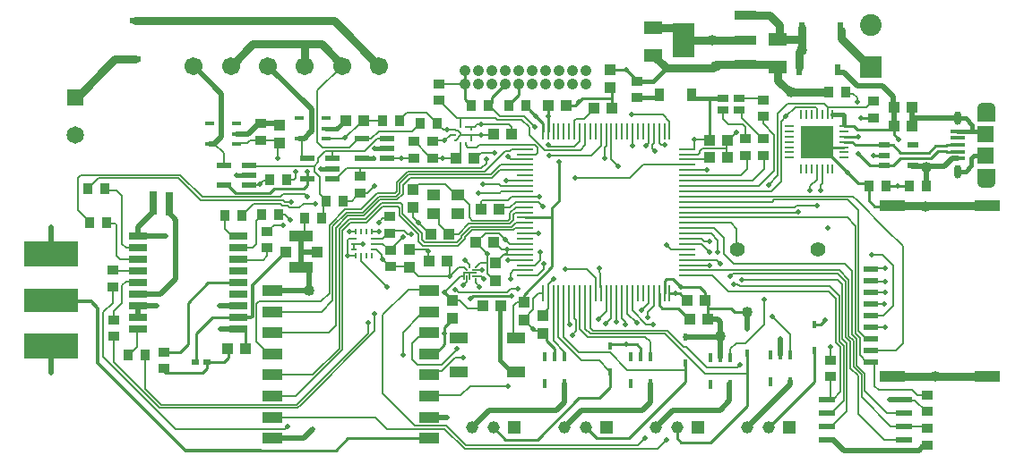
<source format=gbr>
%TF.GenerationSoftware,KiCad,Pcbnew,(6.0.9)*%
%TF.CreationDate,2022-12-16T16:13:01-07:00*%
%TF.ProjectId,Flight-Computer,466c6967-6874-42d4-936f-6d7075746572,1.0*%
%TF.SameCoordinates,Original*%
%TF.FileFunction,Copper,L1,Top*%
%TF.FilePolarity,Positive*%
%FSLAX46Y46*%
G04 Gerber Fmt 4.6, Leading zero omitted, Abs format (unit mm)*
G04 Created by KiCad (PCBNEW (6.0.9)) date 2022-12-16 16:13:01*
%MOMM*%
%LPD*%
G01*
G04 APERTURE LIST*
%TA.AperFunction,EtchedComponent*%
%ADD10C,0.001000*%
%TD*%
%TA.AperFunction,SMDPad,CuDef*%
%ADD11R,0.254000X0.482600*%
%TD*%
%TA.AperFunction,SMDPad,CuDef*%
%ADD12R,0.482600X0.254000*%
%TD*%
%TA.AperFunction,ComponentPad*%
%ADD13R,2.050000X2.050000*%
%TD*%
%TA.AperFunction,ComponentPad*%
%ADD14C,2.050000*%
%TD*%
%TA.AperFunction,ComponentPad*%
%ADD15C,1.701800*%
%TD*%
%TA.AperFunction,SMDPad,CuDef*%
%ADD16R,0.650000X2.200000*%
%TD*%
%TA.AperFunction,SMDPad,CuDef*%
%ADD17R,0.650000X2.300000*%
%TD*%
%TA.AperFunction,SMDPad,CuDef*%
%ADD18R,1.950000X1.050000*%
%TD*%
%TA.AperFunction,SMDPad,CuDef*%
%ADD19R,1.320800X0.558800*%
%TD*%
%TA.AperFunction,SMDPad,CuDef*%
%ADD20R,1.100000X1.000000*%
%TD*%
%TA.AperFunction,SMDPad,CuDef*%
%ADD21R,1.020000X0.940000*%
%TD*%
%TA.AperFunction,SMDPad,CuDef*%
%ADD22R,1.000000X0.800000*%
%TD*%
%TA.AperFunction,SMDPad,CuDef*%
%ADD23R,0.355600X0.647700*%
%TD*%
%TA.AperFunction,SMDPad,CuDef*%
%ADD24R,5.080000X2.286000*%
%TD*%
%TA.AperFunction,SMDPad,CuDef*%
%ADD25R,5.080000X2.413000*%
%TD*%
%TA.AperFunction,ComponentPad*%
%ADD26C,1.066800*%
%TD*%
%TA.AperFunction,ComponentPad*%
%ADD27R,1.150000X1.150000*%
%TD*%
%TA.AperFunction,ComponentPad*%
%ADD28C,1.150000*%
%TD*%
%TA.AperFunction,SMDPad,CuDef*%
%ADD29R,2.150000X0.950000*%
%TD*%
%TA.AperFunction,SMDPad,CuDef*%
%ADD30R,2.150000X3.250000*%
%TD*%
%TA.AperFunction,ComponentPad*%
%ADD31C,1.408000*%
%TD*%
%TA.AperFunction,SMDPad,CuDef*%
%ADD32R,1.000000X1.100000*%
%TD*%
%TA.AperFunction,SMDPad,CuDef*%
%ADD33R,0.940000X1.020000*%
%TD*%
%TA.AperFunction,SMDPad,CuDef*%
%ADD34R,0.406400X0.952500*%
%TD*%
%TA.AperFunction,SMDPad,CuDef*%
%ADD35R,0.584200X1.041400*%
%TD*%
%TA.AperFunction,SMDPad,CuDef*%
%ADD36R,1.560000X0.280000*%
%TD*%
%TA.AperFunction,SMDPad,CuDef*%
%ADD37R,0.280000X1.560000*%
%TD*%
%TA.AperFunction,SMDPad,CuDef*%
%ADD38R,0.952500X0.406400*%
%TD*%
%TA.AperFunction,SMDPad,CuDef*%
%ADD39R,1.778000X1.270000*%
%TD*%
%TA.AperFunction,SMDPad,CuDef*%
%ADD40R,1.041400X0.584200*%
%TD*%
%TA.AperFunction,SMDPad,CuDef*%
%ADD41R,0.979300X0.558800*%
%TD*%
%TA.AperFunction,SMDPad,CuDef*%
%ADD42R,1.000000X1.000000*%
%TD*%
%TA.AperFunction,SMDPad,CuDef*%
%ADD43R,2.200000X1.050000*%
%TD*%
%TA.AperFunction,SMDPad,CuDef*%
%ADD44R,1.350000X0.400000*%
%TD*%
%TA.AperFunction,SMDPad,CuDef*%
%ADD45R,1.550000X1.500000*%
%TD*%
%TA.AperFunction,ComponentPad*%
%ADD46O,0.650000X1.300000*%
%TD*%
%TA.AperFunction,ComponentPad*%
%ADD47O,1.550000X0.775000*%
%TD*%
%TA.AperFunction,SMDPad,CuDef*%
%ADD48R,1.400000X0.620000*%
%TD*%
%TA.AperFunction,SMDPad,CuDef*%
%ADD49R,2.400000X1.100000*%
%TD*%
%TA.AperFunction,SMDPad,CuDef*%
%ADD50R,1.700000X0.990600*%
%TD*%
%TA.AperFunction,SMDPad,CuDef*%
%ADD51R,0.685800X0.609600*%
%TD*%
%TA.AperFunction,SMDPad,CuDef*%
%ADD52R,1.800000X0.700000*%
%TD*%
%TA.AperFunction,SMDPad,CuDef*%
%ADD53R,1.800000X0.800000*%
%TD*%
%TA.AperFunction,SMDPad,CuDef*%
%ADD54R,0.250000X0.275000*%
%TD*%
%TA.AperFunction,SMDPad,CuDef*%
%ADD55R,0.275000X0.250000*%
%TD*%
%TA.AperFunction,SMDPad,CuDef*%
%ADD56R,0.900000X0.254000*%
%TD*%
%TA.AperFunction,SMDPad,CuDef*%
%ADD57R,0.254000X0.900000*%
%TD*%
%TA.AperFunction,SMDPad,CuDef*%
%ADD58R,3.100000X3.100000*%
%TD*%
%TA.AperFunction,ComponentPad*%
%ADD59C,1.650000*%
%TD*%
%TA.AperFunction,ComponentPad*%
%ADD60R,1.650000X1.650000*%
%TD*%
%TA.AperFunction,SMDPad,CuDef*%
%ADD61R,1.524000X0.558800*%
%TD*%
%TA.AperFunction,SMDPad,CuDef*%
%ADD62R,0.965200X1.295400*%
%TD*%
%TA.AperFunction,SMDPad,CuDef*%
%ADD63C,0.200000*%
%TD*%
%TA.AperFunction,SMDPad,CuDef*%
%ADD64R,1.300000X1.100000*%
%TD*%
%TA.AperFunction,ViaPad*%
%ADD65C,1.016000*%
%TD*%
%TA.AperFunction,ViaPad*%
%ADD66C,0.500000*%
%TD*%
%TA.AperFunction,Conductor*%
%ADD67C,0.762000*%
%TD*%
%TA.AperFunction,Conductor*%
%ADD68C,0.177800*%
%TD*%
%TA.AperFunction,Conductor*%
%ADD69C,0.254000*%
%TD*%
%TA.AperFunction,Conductor*%
%ADD70C,0.381000*%
%TD*%
%TA.AperFunction,Conductor*%
%ADD71C,0.508000*%
%TD*%
%TA.AperFunction,Conductor*%
%ADD72C,0.313738*%
%TD*%
%TA.AperFunction,Conductor*%
%ADD73C,0.127000*%
%TD*%
%TA.AperFunction,Conductor*%
%ADD74C,0.266700*%
%TD*%
G04 APERTURE END LIST*
%TO.C,P8*%
G36*
X185407600Y-75412000D02*
G01*
X185207600Y-75412000D01*
X185207600Y-75400000D01*
X185206600Y-75387000D01*
X185202600Y-75361000D01*
X185199600Y-75348000D01*
X185195600Y-75336000D01*
X185180600Y-75300000D01*
X185174600Y-75288000D01*
X185167600Y-75277000D01*
X185159600Y-75267000D01*
X185152600Y-75256000D01*
X185143600Y-75246000D01*
X185125600Y-75228000D01*
X185115600Y-75219000D01*
X185104600Y-75212000D01*
X185094600Y-75204000D01*
X185083600Y-75197000D01*
X185071600Y-75191000D01*
X185035600Y-75176000D01*
X185023600Y-75172000D01*
X185010600Y-75169000D01*
X184984600Y-75165000D01*
X184971600Y-75164000D01*
X184294600Y-75164000D01*
X184281600Y-75165000D01*
X184255600Y-75169000D01*
X184242600Y-75173000D01*
X184230600Y-75176000D01*
X184217600Y-75181000D01*
X184205600Y-75186000D01*
X184194600Y-75191000D01*
X184182600Y-75197000D01*
X184171600Y-75204000D01*
X184160600Y-75212000D01*
X184140600Y-75228000D01*
X184130600Y-75237000D01*
X184121600Y-75247000D01*
X184105600Y-75267000D01*
X184097600Y-75278000D01*
X184090600Y-75289000D01*
X184084600Y-75301000D01*
X184079600Y-75312000D01*
X184074600Y-75324000D01*
X184069600Y-75337000D01*
X184066600Y-75349000D01*
X184062600Y-75362000D01*
X184058600Y-75388000D01*
X184057600Y-75401000D01*
X184057600Y-75427000D01*
X184058600Y-75440000D01*
X184062600Y-75466000D01*
X184066600Y-75479000D01*
X184069600Y-75491000D01*
X184074600Y-75504000D01*
X184079600Y-75516000D01*
X184084600Y-75527000D01*
X184090600Y-75539000D01*
X184097600Y-75550000D01*
X184105600Y-75561000D01*
X184121600Y-75581000D01*
X184130600Y-75591000D01*
X184140600Y-75600000D01*
X184160600Y-75616000D01*
X184171600Y-75624000D01*
X184182600Y-75631000D01*
X184194600Y-75637000D01*
X184205600Y-75642000D01*
X184217600Y-75647000D01*
X184230600Y-75652000D01*
X184242600Y-75655000D01*
X184255600Y-75659000D01*
X184281600Y-75663000D01*
X184294600Y-75664000D01*
X184971600Y-75664000D01*
X184984600Y-75663000D01*
X185010600Y-75659000D01*
X185023600Y-75656000D01*
X185035600Y-75652000D01*
X185071600Y-75637000D01*
X185083600Y-75631000D01*
X185094600Y-75624000D01*
X185104600Y-75616000D01*
X185115600Y-75609000D01*
X185125600Y-75600000D01*
X185143600Y-75582000D01*
X185152600Y-75572000D01*
X185159600Y-75561000D01*
X185167600Y-75551000D01*
X185174600Y-75540000D01*
X185180600Y-75528000D01*
X185195600Y-75492000D01*
X185199600Y-75480000D01*
X185202600Y-75467000D01*
X185206600Y-75441000D01*
X185207600Y-75428000D01*
X185207600Y-75416000D01*
X185407600Y-75416000D01*
X185406600Y-75441000D01*
X185404600Y-75467000D01*
X185401600Y-75493000D01*
X185396600Y-75519000D01*
X185390600Y-75544000D01*
X185383600Y-75569000D01*
X185374600Y-75594000D01*
X185364600Y-75618000D01*
X185353600Y-75642000D01*
X185340600Y-75665000D01*
X185327600Y-75687000D01*
X185312600Y-75708000D01*
X185296600Y-75729000D01*
X185279600Y-75749000D01*
X185261600Y-75768000D01*
X185242600Y-75786000D01*
X185222600Y-75803000D01*
X185201600Y-75819000D01*
X185180600Y-75834000D01*
X185158600Y-75847000D01*
X185135600Y-75860000D01*
X185111600Y-75871000D01*
X185087600Y-75881000D01*
X185062600Y-75890000D01*
X185037600Y-75897000D01*
X185012600Y-75903000D01*
X184986600Y-75908000D01*
X184960600Y-75911000D01*
X184934600Y-75913000D01*
X184907600Y-75914000D01*
X184357600Y-75914000D01*
X184331600Y-75913000D01*
X184305600Y-75911000D01*
X184279600Y-75908000D01*
X184253600Y-75903000D01*
X184228600Y-75897000D01*
X184202600Y-75890000D01*
X184178600Y-75881000D01*
X184154600Y-75871000D01*
X184130600Y-75860000D01*
X184107600Y-75847000D01*
X184063600Y-75819000D01*
X184042600Y-75803000D01*
X184022600Y-75786000D01*
X184003600Y-75768000D01*
X183985600Y-75749000D01*
X183968600Y-75729000D01*
X183952600Y-75708000D01*
X183924600Y-75664000D01*
X183911600Y-75641000D01*
X183900600Y-75617000D01*
X183890600Y-75593000D01*
X183881600Y-75569000D01*
X183874600Y-75543000D01*
X183868600Y-75518000D01*
X183863600Y-75492000D01*
X183860600Y-75466000D01*
X183858600Y-75440000D01*
X183857600Y-75414000D01*
X183857600Y-74219000D01*
X183852600Y-74219000D01*
X183852600Y-74214000D01*
X185407600Y-74214000D01*
X185407600Y-75412000D01*
G37*
D10*
X185407600Y-75412000D02*
X185207600Y-75412000D01*
X185207600Y-75400000D01*
X185206600Y-75387000D01*
X185202600Y-75361000D01*
X185199600Y-75348000D01*
X185195600Y-75336000D01*
X185180600Y-75300000D01*
X185174600Y-75288000D01*
X185167600Y-75277000D01*
X185159600Y-75267000D01*
X185152600Y-75256000D01*
X185143600Y-75246000D01*
X185125600Y-75228000D01*
X185115600Y-75219000D01*
X185104600Y-75212000D01*
X185094600Y-75204000D01*
X185083600Y-75197000D01*
X185071600Y-75191000D01*
X185035600Y-75176000D01*
X185023600Y-75172000D01*
X185010600Y-75169000D01*
X184984600Y-75165000D01*
X184971600Y-75164000D01*
X184294600Y-75164000D01*
X184281600Y-75165000D01*
X184255600Y-75169000D01*
X184242600Y-75173000D01*
X184230600Y-75176000D01*
X184217600Y-75181000D01*
X184205600Y-75186000D01*
X184194600Y-75191000D01*
X184182600Y-75197000D01*
X184171600Y-75204000D01*
X184160600Y-75212000D01*
X184140600Y-75228000D01*
X184130600Y-75237000D01*
X184121600Y-75247000D01*
X184105600Y-75267000D01*
X184097600Y-75278000D01*
X184090600Y-75289000D01*
X184084600Y-75301000D01*
X184079600Y-75312000D01*
X184074600Y-75324000D01*
X184069600Y-75337000D01*
X184066600Y-75349000D01*
X184062600Y-75362000D01*
X184058600Y-75388000D01*
X184057600Y-75401000D01*
X184057600Y-75427000D01*
X184058600Y-75440000D01*
X184062600Y-75466000D01*
X184066600Y-75479000D01*
X184069600Y-75491000D01*
X184074600Y-75504000D01*
X184079600Y-75516000D01*
X184084600Y-75527000D01*
X184090600Y-75539000D01*
X184097600Y-75550000D01*
X184105600Y-75561000D01*
X184121600Y-75581000D01*
X184130600Y-75591000D01*
X184140600Y-75600000D01*
X184160600Y-75616000D01*
X184171600Y-75624000D01*
X184182600Y-75631000D01*
X184194600Y-75637000D01*
X184205600Y-75642000D01*
X184217600Y-75647000D01*
X184230600Y-75652000D01*
X184242600Y-75655000D01*
X184255600Y-75659000D01*
X184281600Y-75663000D01*
X184294600Y-75664000D01*
X184971600Y-75664000D01*
X184984600Y-75663000D01*
X185010600Y-75659000D01*
X185023600Y-75656000D01*
X185035600Y-75652000D01*
X185071600Y-75637000D01*
X185083600Y-75631000D01*
X185094600Y-75624000D01*
X185104600Y-75616000D01*
X185115600Y-75609000D01*
X185125600Y-75600000D01*
X185143600Y-75582000D01*
X185152600Y-75572000D01*
X185159600Y-75561000D01*
X185167600Y-75551000D01*
X185174600Y-75540000D01*
X185180600Y-75528000D01*
X185195600Y-75492000D01*
X185199600Y-75480000D01*
X185202600Y-75467000D01*
X185206600Y-75441000D01*
X185207600Y-75428000D01*
X185207600Y-75416000D01*
X185407600Y-75416000D01*
X185406600Y-75441000D01*
X185404600Y-75467000D01*
X185401600Y-75493000D01*
X185396600Y-75519000D01*
X185390600Y-75544000D01*
X185383600Y-75569000D01*
X185374600Y-75594000D01*
X185364600Y-75618000D01*
X185353600Y-75642000D01*
X185340600Y-75665000D01*
X185327600Y-75687000D01*
X185312600Y-75708000D01*
X185296600Y-75729000D01*
X185279600Y-75749000D01*
X185261600Y-75768000D01*
X185242600Y-75786000D01*
X185222600Y-75803000D01*
X185201600Y-75819000D01*
X185180600Y-75834000D01*
X185158600Y-75847000D01*
X185135600Y-75860000D01*
X185111600Y-75871000D01*
X185087600Y-75881000D01*
X185062600Y-75890000D01*
X185037600Y-75897000D01*
X185012600Y-75903000D01*
X184986600Y-75908000D01*
X184960600Y-75911000D01*
X184934600Y-75913000D01*
X184907600Y-75914000D01*
X184357600Y-75914000D01*
X184331600Y-75913000D01*
X184305600Y-75911000D01*
X184279600Y-75908000D01*
X184253600Y-75903000D01*
X184228600Y-75897000D01*
X184202600Y-75890000D01*
X184178600Y-75881000D01*
X184154600Y-75871000D01*
X184130600Y-75860000D01*
X184107600Y-75847000D01*
X184063600Y-75819000D01*
X184042600Y-75803000D01*
X184022600Y-75786000D01*
X184003600Y-75768000D01*
X183985600Y-75749000D01*
X183968600Y-75729000D01*
X183952600Y-75708000D01*
X183924600Y-75664000D01*
X183911600Y-75641000D01*
X183900600Y-75617000D01*
X183890600Y-75593000D01*
X183881600Y-75569000D01*
X183874600Y-75543000D01*
X183868600Y-75518000D01*
X183863600Y-75492000D01*
X183860600Y-75466000D01*
X183858600Y-75440000D01*
X183857600Y-75414000D01*
X183857600Y-74219000D01*
X183852600Y-74219000D01*
X183852600Y-74214000D01*
X185407600Y-74214000D01*
X185407600Y-75412000D01*
G36*
X184933600Y-67915000D02*
G01*
X184959600Y-67917000D01*
X184985600Y-67920000D01*
X185011600Y-67925000D01*
X185036600Y-67931000D01*
X185062600Y-67938000D01*
X185086600Y-67947000D01*
X185110600Y-67957000D01*
X185134600Y-67968000D01*
X185157600Y-67981000D01*
X185201600Y-68009000D01*
X185222600Y-68025000D01*
X185242600Y-68042000D01*
X185261600Y-68060000D01*
X185279600Y-68079000D01*
X185296600Y-68099000D01*
X185312600Y-68120000D01*
X185340600Y-68164000D01*
X185353600Y-68187000D01*
X185364600Y-68211000D01*
X185374600Y-68235000D01*
X185383600Y-68259000D01*
X185390600Y-68285000D01*
X185396600Y-68310000D01*
X185401600Y-68336000D01*
X185404600Y-68362000D01*
X185406600Y-68388000D01*
X185407600Y-68414000D01*
X185407600Y-69609000D01*
X185412600Y-69609000D01*
X185412600Y-69614000D01*
X183857600Y-69614000D01*
X183857600Y-68416000D01*
X184057600Y-68416000D01*
X184057600Y-68428000D01*
X184058600Y-68441000D01*
X184062600Y-68467000D01*
X184065600Y-68480000D01*
X184069600Y-68492000D01*
X184084600Y-68528000D01*
X184090600Y-68540000D01*
X184097600Y-68551000D01*
X184105600Y-68561000D01*
X184112600Y-68572000D01*
X184121600Y-68582000D01*
X184139600Y-68600000D01*
X184149600Y-68609000D01*
X184160600Y-68616000D01*
X184170600Y-68624000D01*
X184181600Y-68631000D01*
X184193600Y-68637000D01*
X184229600Y-68652000D01*
X184241600Y-68656000D01*
X184254600Y-68659000D01*
X184280600Y-68663000D01*
X184293600Y-68664000D01*
X184970600Y-68664000D01*
X184983600Y-68663000D01*
X185009600Y-68659000D01*
X185022600Y-68655000D01*
X185034600Y-68652000D01*
X185047600Y-68647000D01*
X185059600Y-68642000D01*
X185070600Y-68637000D01*
X185082600Y-68631000D01*
X185093600Y-68624000D01*
X185104600Y-68616000D01*
X185124600Y-68600000D01*
X185134600Y-68591000D01*
X185143600Y-68581000D01*
X185159600Y-68561000D01*
X185167600Y-68550000D01*
X185174600Y-68539000D01*
X185180600Y-68527000D01*
X185185600Y-68516000D01*
X185190600Y-68504000D01*
X185195600Y-68491000D01*
X185198600Y-68479000D01*
X185202600Y-68466000D01*
X185206600Y-68440000D01*
X185207600Y-68427000D01*
X185207600Y-68401000D01*
X185206600Y-68388000D01*
X185202600Y-68362000D01*
X185198600Y-68349000D01*
X185195600Y-68337000D01*
X185190600Y-68324000D01*
X185185600Y-68312000D01*
X185180600Y-68301000D01*
X185174600Y-68289000D01*
X185167600Y-68278000D01*
X185159600Y-68267000D01*
X185143600Y-68247000D01*
X185134600Y-68237000D01*
X185124600Y-68228000D01*
X185104600Y-68212000D01*
X185093600Y-68204000D01*
X185082600Y-68197000D01*
X185070600Y-68191000D01*
X185059600Y-68186000D01*
X185047600Y-68181000D01*
X185034600Y-68176000D01*
X185022600Y-68173000D01*
X185009600Y-68169000D01*
X184983600Y-68165000D01*
X184970600Y-68164000D01*
X184293600Y-68164000D01*
X184280600Y-68165000D01*
X184254600Y-68169000D01*
X184241600Y-68172000D01*
X184229600Y-68176000D01*
X184193600Y-68191000D01*
X184181600Y-68197000D01*
X184170600Y-68204000D01*
X184160600Y-68212000D01*
X184149600Y-68219000D01*
X184139600Y-68228000D01*
X184121600Y-68246000D01*
X184112600Y-68256000D01*
X184105600Y-68267000D01*
X184097600Y-68277000D01*
X184090600Y-68288000D01*
X184084600Y-68300000D01*
X184069600Y-68336000D01*
X184065600Y-68348000D01*
X184062600Y-68361000D01*
X184058600Y-68387000D01*
X184057600Y-68400000D01*
X184057600Y-68412000D01*
X183857600Y-68412000D01*
X183858600Y-68387000D01*
X183860600Y-68361000D01*
X183863600Y-68335000D01*
X183868600Y-68309000D01*
X183874600Y-68284000D01*
X183881600Y-68259000D01*
X183890600Y-68234000D01*
X183900600Y-68210000D01*
X183911600Y-68186000D01*
X183924600Y-68163000D01*
X183937600Y-68141000D01*
X183952600Y-68120000D01*
X183968600Y-68099000D01*
X183985600Y-68079000D01*
X184003600Y-68060000D01*
X184022600Y-68042000D01*
X184042600Y-68025000D01*
X184063600Y-68009000D01*
X184084600Y-67994000D01*
X184106600Y-67981000D01*
X184129600Y-67968000D01*
X184153600Y-67957000D01*
X184177600Y-67947000D01*
X184202600Y-67938000D01*
X184227600Y-67931000D01*
X184252600Y-67925000D01*
X184278600Y-67920000D01*
X184304600Y-67917000D01*
X184330600Y-67915000D01*
X184357600Y-67914000D01*
X184907600Y-67914000D01*
X184933600Y-67915000D01*
G37*
X184933600Y-67915000D02*
X184959600Y-67917000D01*
X184985600Y-67920000D01*
X185011600Y-67925000D01*
X185036600Y-67931000D01*
X185062600Y-67938000D01*
X185086600Y-67947000D01*
X185110600Y-67957000D01*
X185134600Y-67968000D01*
X185157600Y-67981000D01*
X185201600Y-68009000D01*
X185222600Y-68025000D01*
X185242600Y-68042000D01*
X185261600Y-68060000D01*
X185279600Y-68079000D01*
X185296600Y-68099000D01*
X185312600Y-68120000D01*
X185340600Y-68164000D01*
X185353600Y-68187000D01*
X185364600Y-68211000D01*
X185374600Y-68235000D01*
X185383600Y-68259000D01*
X185390600Y-68285000D01*
X185396600Y-68310000D01*
X185401600Y-68336000D01*
X185404600Y-68362000D01*
X185406600Y-68388000D01*
X185407600Y-68414000D01*
X185407600Y-69609000D01*
X185412600Y-69609000D01*
X185412600Y-69614000D01*
X183857600Y-69614000D01*
X183857600Y-68416000D01*
X184057600Y-68416000D01*
X184057600Y-68428000D01*
X184058600Y-68441000D01*
X184062600Y-68467000D01*
X184065600Y-68480000D01*
X184069600Y-68492000D01*
X184084600Y-68528000D01*
X184090600Y-68540000D01*
X184097600Y-68551000D01*
X184105600Y-68561000D01*
X184112600Y-68572000D01*
X184121600Y-68582000D01*
X184139600Y-68600000D01*
X184149600Y-68609000D01*
X184160600Y-68616000D01*
X184170600Y-68624000D01*
X184181600Y-68631000D01*
X184193600Y-68637000D01*
X184229600Y-68652000D01*
X184241600Y-68656000D01*
X184254600Y-68659000D01*
X184280600Y-68663000D01*
X184293600Y-68664000D01*
X184970600Y-68664000D01*
X184983600Y-68663000D01*
X185009600Y-68659000D01*
X185022600Y-68655000D01*
X185034600Y-68652000D01*
X185047600Y-68647000D01*
X185059600Y-68642000D01*
X185070600Y-68637000D01*
X185082600Y-68631000D01*
X185093600Y-68624000D01*
X185104600Y-68616000D01*
X185124600Y-68600000D01*
X185134600Y-68591000D01*
X185143600Y-68581000D01*
X185159600Y-68561000D01*
X185167600Y-68550000D01*
X185174600Y-68539000D01*
X185180600Y-68527000D01*
X185185600Y-68516000D01*
X185190600Y-68504000D01*
X185195600Y-68491000D01*
X185198600Y-68479000D01*
X185202600Y-68466000D01*
X185206600Y-68440000D01*
X185207600Y-68427000D01*
X185207600Y-68401000D01*
X185206600Y-68388000D01*
X185202600Y-68362000D01*
X185198600Y-68349000D01*
X185195600Y-68337000D01*
X185190600Y-68324000D01*
X185185600Y-68312000D01*
X185180600Y-68301000D01*
X185174600Y-68289000D01*
X185167600Y-68278000D01*
X185159600Y-68267000D01*
X185143600Y-68247000D01*
X185134600Y-68237000D01*
X185124600Y-68228000D01*
X185104600Y-68212000D01*
X185093600Y-68204000D01*
X185082600Y-68197000D01*
X185070600Y-68191000D01*
X185059600Y-68186000D01*
X185047600Y-68181000D01*
X185034600Y-68176000D01*
X185022600Y-68173000D01*
X185009600Y-68169000D01*
X184983600Y-68165000D01*
X184970600Y-68164000D01*
X184293600Y-68164000D01*
X184280600Y-68165000D01*
X184254600Y-68169000D01*
X184241600Y-68172000D01*
X184229600Y-68176000D01*
X184193600Y-68191000D01*
X184181600Y-68197000D01*
X184170600Y-68204000D01*
X184160600Y-68212000D01*
X184149600Y-68219000D01*
X184139600Y-68228000D01*
X184121600Y-68246000D01*
X184112600Y-68256000D01*
X184105600Y-68267000D01*
X184097600Y-68277000D01*
X184090600Y-68288000D01*
X184084600Y-68300000D01*
X184069600Y-68336000D01*
X184065600Y-68348000D01*
X184062600Y-68361000D01*
X184058600Y-68387000D01*
X184057600Y-68400000D01*
X184057600Y-68412000D01*
X183857600Y-68412000D01*
X183858600Y-68387000D01*
X183860600Y-68361000D01*
X183863600Y-68335000D01*
X183868600Y-68309000D01*
X183874600Y-68284000D01*
X183881600Y-68259000D01*
X183890600Y-68234000D01*
X183900600Y-68210000D01*
X183911600Y-68186000D01*
X183924600Y-68163000D01*
X183937600Y-68141000D01*
X183952600Y-68120000D01*
X183968600Y-68099000D01*
X183985600Y-68079000D01*
X184003600Y-68060000D01*
X184022600Y-68042000D01*
X184042600Y-68025000D01*
X184063600Y-68009000D01*
X184084600Y-67994000D01*
X184106600Y-67981000D01*
X184129600Y-67968000D01*
X184153600Y-67957000D01*
X184177600Y-67947000D01*
X184202600Y-67938000D01*
X184227600Y-67931000D01*
X184252600Y-67925000D01*
X184278600Y-67920000D01*
X184304600Y-67917000D01*
X184330600Y-67915000D01*
X184357600Y-67914000D01*
X184907600Y-67914000D01*
X184933600Y-67915000D01*
%TD*%
D11*
%TO.P,U3,1,SDO*%
%TO.N,Earth*%
X126607001Y-80124300D03*
%TO.P,U3,2,NC*%
%TO.N,unconnected-(U3-Pad2)*%
X126107000Y-80124300D03*
%TO.P,U3,3,NC*%
%TO.N,unconnected-(U3-Pad3)*%
X125607000Y-80124300D03*
%TO.P,U3,4,INT1*%
%TO.N,IMU_INT1*%
X125106999Y-80124300D03*
D12*
%TO.P,U3,5,VDDIO*%
%TO.N,3.3V*%
X124942600Y-80780001D03*
%TO.P,U3,6,GNDIO*%
%TO.N,Earth*%
X124942600Y-81280000D03*
%TO.P,U3,7,GND*%
X124942600Y-81779999D03*
D11*
%TO.P,U3,8,VDD*%
%TO.N,3.3V*%
X125106999Y-82435700D03*
%TO.P,U3,9,INT2*%
%TO.N,IMU_INT2*%
X125607000Y-82435700D03*
%TO.P,U3,10,NC*%
%TO.N,unconnected-(U3-Pad10)*%
X126107000Y-82435700D03*
%TO.P,U3,11,NC*%
%TO.N,unconnected-(U3-Pad11)*%
X126607001Y-82435700D03*
D12*
%TO.P,U3,12,CSB*%
%TO.N,3.3V*%
X126771400Y-81779999D03*
%TO.P,U3,13,SCX*%
%TO.N,SCL*%
X126771400Y-81280000D03*
%TO.P,U3,14,SDX*%
%TO.N,SDA*%
X126771400Y-80780001D03*
%TD*%
D13*
%TO.P,P1,1,1*%
%TO.N,/PIN_HARN*%
X173790500Y-64557500D03*
D14*
%TO.P,P1,2,2*%
%TO.N,Earth*%
X173790500Y-60597500D03*
%TD*%
D15*
%TO.P,P9,1,5*%
%TO.N,VIN*%
X127267252Y-64425101D03*
%TO.P,P9,2,6*%
%TO.N,VIN_SW*%
X123767249Y-64425101D03*
%TO.P,P9,3,5*%
X120267248Y-64425101D03*
%TO.P,P9,4,6*%
%TO.N,Net-(P9-Pad4)*%
X116767247Y-64425101D03*
%TO.P,P9,5,5*%
%TO.N,VIN_SW*%
X113267247Y-64425101D03*
%TO.P,P9,6,6*%
%TO.N,Net-(P9-Pad6)*%
X109767246Y-64425101D03*
%TD*%
D16*
%TO.P,BT1,1,+*%
%TO.N,/Navigation and Control/3V_BAK*%
X107430000Y-77462000D03*
D17*
%TO.P,BT1,2,-*%
%TO.N,Earth*%
X105930000Y-77412000D03*
%TD*%
D18*
%TO.P,U7,1,GND*%
%TO.N,Earth*%
X117187000Y-85710000D03*
%TO.P,U7,2,MISO*%
%TO.N,W_MISO*%
X117187000Y-87710000D03*
%TO.P,U7,3,MOSI*%
%TO.N,W_MOSI*%
X117187000Y-89710000D03*
%TO.P,U7,4,SCK*%
%TO.N,W_SCK*%
X117187000Y-91710000D03*
%TO.P,U7,5,NSS*%
%TO.N,W_SS*%
X117187000Y-93710000D03*
%TO.P,U7,6,RESET*%
%TO.N,W_RST*%
X117187000Y-95710000D03*
%TO.P,U7,7,DIO5*%
%TO.N,W_IO5*%
X117187000Y-97710000D03*
%TO.P,U7,8,GND@1*%
%TO.N,Earth*%
X117187000Y-99710000D03*
%TO.P,U7,9,ANT*%
%TO.N,Net-(AE2-Pad1)*%
X131987000Y-99710000D03*
%TO.P,U7,10,GND@2*%
%TO.N,Earth*%
X131987000Y-97710000D03*
%TO.P,U7,11,DIO3*%
%TO.N,W_IO3*%
X131987000Y-95710000D03*
%TO.P,U7,12,DIO4*%
%TO.N,W_IO4*%
X131987000Y-93710000D03*
%TO.P,U7,13,3_3V*%
%TO.N,3.3V*%
X131987000Y-91710000D03*
%TO.P,U7,14,DIO0*%
%TO.N,W_IO0*%
X131987000Y-89710000D03*
%TO.P,U7,15,DIO1*%
%TO.N,W_IO1*%
X131987000Y-87710000D03*
%TO.P,U7,16,DIO2*%
%TO.N,W_IO2*%
X131987000Y-85710000D03*
%TD*%
D19*
%TO.P,U10,1*%
%TO.N,~{MAIN_CONT}*%
X122859800Y-75118001D03*
%TO.P,U10,2,V-*%
%TO.N,Earth*%
X122859800Y-74168000D03*
%TO.P,U10,3,-*%
%TO.N,VCOMP*%
X122859800Y-73217999D03*
%TO.P,U10,4,+*%
%TO.N,Net-(P9-Pad4)*%
X120472200Y-73217999D03*
%TO.P,U10,5,V+*%
%TO.N,VIN*%
X120472200Y-75118001D03*
%TD*%
D20*
%TO.P,J2,2,B*%
%TO.N,Net-(B1-Pad1)*%
X138772000Y-87122000D03*
%TO.P,J2,1,A*%
%TO.N,Earth*%
X137072000Y-87122000D03*
%TD*%
D21*
%TO.P,R33,1*%
%TO.N,~{MAIN_CONT}*%
X125476000Y-74902000D03*
%TO.P,R33,2*%
%TO.N,3.3V*%
X125476000Y-76482000D03*
%TD*%
D22*
%TO.P,D1,1*%
%TO.N,3.3V*%
X159778000Y-67522000D03*
%TO.P,D1,2*%
%TO.N,Net-(D1-Pad2)*%
X161278000Y-67522000D03*
%TO.P,D1,3*%
%TO.N,Net-(D1-Pad3)*%
X161278000Y-68622000D03*
%TO.P,D1,4*%
%TO.N,Net-(D1-Pad4)*%
X159778000Y-68622000D03*
%TD*%
D23*
%TO.P,D6,1,1*%
%TO.N,MOTOR1_PWM*%
X168402000Y-91395550D03*
%TO.P,D6,2,2*%
%TO.N,Earth*%
X168402000Y-88944450D03*
%TD*%
D19*
%TO.P,U11,1*%
%TO.N,~{DROGUE_CONT}*%
X114985800Y-75753001D03*
%TO.P,U11,2,V-*%
%TO.N,Earth*%
X114985800Y-74803000D03*
%TO.P,U11,3,-*%
%TO.N,VCOMP*%
X114985800Y-73852999D03*
%TO.P,U11,4,+*%
%TO.N,Net-(P9-Pad6)*%
X112598200Y-73852999D03*
%TO.P,U11,5,V+*%
%TO.N,VIN*%
X112598200Y-75753001D03*
%TD*%
D24*
%TO.P,AE2,1,A*%
%TO.N,Net-(AE2-Pad1)*%
X96304100Y-86614000D03*
D25*
%TO.P,AE2,2,Shield*%
%TO.N,Earth*%
X96304100Y-90995500D03*
X96304100Y-82232500D03*
%TD*%
D20*
%TO.P,C7,1*%
%TO.N,3.3V*%
X144995000Y-68199000D03*
%TO.P,C7,2*%
%TO.N,Earth*%
X143295000Y-68199000D03*
%TD*%
D21*
%TO.P,R9,1*%
%TO.N,SCL*%
X128397000Y-81887000D03*
%TO.P,R9,2*%
%TO.N,3.3V*%
X128397000Y-83467000D03*
%TD*%
D26*
%TO.P,P3,1,1*%
%TO.N,3.3V*%
X135382000Y-66178050D03*
%TO.P,P3,2,2*%
X135382000Y-64908050D03*
%TO.P,P3,3,3*%
%TO.N,Earth*%
X136652000Y-66178050D03*
%TO.P,P3,4,4*%
X136652000Y-64908050D03*
%TO.P,P3,5,5*%
X137922000Y-66178050D03*
%TO.P,P3,6,6*%
X137922000Y-64908050D03*
%TO.P,P3,7,7*%
%TO.N,SWDIO*%
X139192000Y-66178050D03*
%TO.P,P3,8,8*%
%TO.N,Earth*%
X139192000Y-64908050D03*
%TO.P,P3,9,9*%
%TO.N,SWCLK*%
X140462000Y-66178050D03*
%TO.P,P3,10,10*%
%TO.N,Earth*%
X140462000Y-64908050D03*
%TO.P,P3,11,11*%
%TO.N,unconnected-(P3-Pad11)*%
X141732000Y-66178050D03*
%TO.P,P3,12,12*%
%TO.N,Earth*%
X141732000Y-64908050D03*
%TO.P,P3,13,13*%
%TO.N,SWO*%
X143002000Y-66178050D03*
%TO.P,P3,14,14*%
%TO.N,Earth*%
X143002000Y-64908050D03*
%TO.P,P3,15,15*%
%TO.N,NRST*%
X144272000Y-66178050D03*
%TO.P,P3,16,16*%
%TO.N,Earth*%
X144272000Y-64908050D03*
%TO.P,P3,17,17*%
%TO.N,unconnected-(P3-Pad17)*%
X145542000Y-66178050D03*
%TO.P,P3,18,18*%
%TO.N,Earth*%
X145542000Y-64908050D03*
%TO.P,P3,19,19*%
%TO.N,unconnected-(P3-Pad19)*%
X146812000Y-66178050D03*
%TO.P,P3,20,20*%
%TO.N,Earth*%
X146812000Y-64908050D03*
%TD*%
D27*
%TO.P,P7,1,+12V*%
%TO.N,VIN*%
X140081000Y-98679000D03*
D28*
%TO.P,P7,2,GND*%
%TO.N,MOTOR4_PWM*%
X138074000Y-98679000D03*
%TO.P,P7,3,3*%
%TO.N,Net-(P7-Pad3)*%
X136068000Y-98679000D03*
%TD*%
D29*
%TO.P,U2,1,GND*%
%TO.N,Earth*%
X161883000Y-64276000D03*
D30*
%TO.P,U2,2,VOUT*%
%TO.N,3.3V*%
X156083000Y-61976000D03*
D29*
X161883000Y-61976000D03*
%TO.P,U2,3,VIN*%
%TO.N,VIN*%
X161883000Y-59676000D03*
%TD*%
D31*
%TO.P,BZ1,1,-*%
%TO.N,BEEP*%
X161122200Y-81788000D03*
%TO.P,BZ1,2,+*%
%TO.N,Earth*%
X168722200Y-81788000D03*
%TD*%
D20*
%TO.P,J1,1,A*%
%TO.N,3.3V*%
X149313000Y-68453000D03*
%TO.P,J1,2,B*%
%TO.N,BOOT*%
X147613000Y-68453000D03*
%TD*%
D32*
%TO.P,C4,1*%
%TO.N,3.3V*%
X142748000Y-88050000D03*
%TO.P,C4,2*%
%TO.N,Earth*%
X142748000Y-89750000D03*
%TD*%
D33*
%TO.P,R32,1*%
%TO.N,Earth*%
X129187000Y-69596000D03*
%TO.P,R32,2*%
%TO.N,MAIN*%
X127607000Y-69596000D03*
%TD*%
D23*
%TO.P,D8,1,1*%
%TO.N,MOTOR2_PWM*%
X156210000Y-92538550D03*
%TO.P,D8,2,2*%
%TO.N,Earth*%
X156210000Y-90087450D03*
%TD*%
D34*
%TO.P,Q4,1,G*%
%TO.N,MOTOR4_EN*%
X144841001Y-91941650D03*
%TO.P,Q4,2,S*%
%TO.N,Earth*%
X143891000Y-91941650D03*
%TO.P,Q4,3*%
%TO.N,unconnected-(Q4-Pad3)*%
X142940999Y-91941650D03*
%TO.P,Q4,4*%
%TO.N,unconnected-(Q4-Pad4)*%
X142940999Y-94494350D03*
%TO.P,Q4,5,D*%
%TO.N,Net-(P7-Pad3)*%
X144841001Y-94494350D03*
%TD*%
D33*
%TO.P,R22,1*%
%TO.N,Earth*%
X173581000Y-75819000D03*
%TO.P,R22,2*%
%TO.N,USB_DETECT*%
X175161000Y-75819000D03*
%TD*%
D32*
%TO.P,C12,1*%
%TO.N,OSC_IN*%
X130505200Y-76112000D03*
%TO.P,C12,2*%
%TO.N,Earth*%
X130505200Y-77812000D03*
%TD*%
D21*
%TO.P,R31,1*%
%TO.N,Earth*%
X116064000Y-69921000D03*
%TO.P,R31,2*%
%TO.N,DROGUE*%
X116064000Y-71501000D03*
%TD*%
%TO.P,R7,1*%
%TO.N,SDA*%
X128270000Y-80292000D03*
%TO.P,R7,2*%
%TO.N,3.3V*%
X128270000Y-78712000D03*
%TD*%
D32*
%TO.P,C1,1*%
%TO.N,3.3V*%
X149098000Y-66509000D03*
%TO.P,C1,2*%
%TO.N,Earth*%
X149098000Y-64809000D03*
%TD*%
D21*
%TO.P,R23,1*%
%TO.N,Earth*%
X179070000Y-100358000D03*
%TO.P,R23,2*%
%TO.N,FLASH_SCK*%
X179070000Y-98778000D03*
%TD*%
D33*
%TO.P,R10,1*%
%TO.N,~{GPS_RST}*%
X105184000Y-91821000D03*
%TO.P,R10,2*%
%TO.N,Net-(R10-Pad2)*%
X103604000Y-91821000D03*
%TD*%
D32*
%TO.P,C17,1*%
%TO.N,3.3V*%
X130175000Y-83527000D03*
%TO.P,C17,2*%
%TO.N,Earth*%
X130175000Y-81827000D03*
%TD*%
D21*
%TO.P,R20,1*%
%TO.N,~{FLASH_SS}*%
X169926000Y-93881000D03*
%TO.P,R20,2*%
%TO.N,3.3V*%
X169926000Y-92301000D03*
%TD*%
D35*
%TO.P,D3,1*%
%TO.N,VIN*%
X166941500Y-64770000D03*
%TO.P,D3,2*%
%TO.N,5V*%
X170624500Y-64770000D03*
%TD*%
D21*
%TO.P,R12,1*%
%TO.N,GPS_INT*%
X102235000Y-90071000D03*
%TO.P,R12,2*%
%TO.N,Net-(R12-Pad2)*%
X102235000Y-88491000D03*
%TD*%
D20*
%TO.P,C24,1*%
%TO.N,5V*%
X175934000Y-68326000D03*
%TO.P,C24,2*%
%TO.N,Earth*%
X177634000Y-68326000D03*
%TD*%
D35*
%TO.P,D2,1*%
%TO.N,VIN*%
X167195500Y-60833000D03*
%TO.P,D2,2*%
%TO.N,/PIN_HARN*%
X170878500Y-60833000D03*
%TD*%
D33*
%TO.P,R26,1*%
%TO.N,Earth*%
X169771000Y-66929000D03*
%TO.P,R26,2*%
%TO.N,~{USB_SUSPEND}*%
X171351000Y-66929000D03*
%TD*%
D36*
%TO.P,U1,1,PE2*%
%TO.N,W_SCK*%
X141062400Y-72308200D03*
%TO.P,U1,2,PE3*%
%TO.N,BP_INT*%
X141062400Y-72808200D03*
%TO.P,U1,3,PE4*%
%TO.N,~{MAIN_CONT}*%
X141062400Y-73308200D03*
%TO.P,U1,4,PE5*%
%TO.N,W_MISO*%
X141062400Y-73808200D03*
%TO.P,U1,5,PE6*%
%TO.N,W_MOSI*%
X141062400Y-74308200D03*
%TO.P,U1,6,VBAT*%
%TO.N,unconnected-(U1-Pad6)*%
X141062400Y-74808200D03*
%TO.P,U1,7,PC13*%
%TO.N,DROGUE*%
X141062400Y-75308200D03*
%TO.P,U1,8,PC14*%
%TO.N,~{DROGUE_CONT}*%
X141062400Y-75808200D03*
%TO.P,U1,9,PC15*%
%TO.N,~{GPS_SBOOT}*%
X141062400Y-76308200D03*
%TO.P,U1,10,VSS*%
%TO.N,Earth*%
X141062400Y-76808200D03*
%TO.P,U1,11,VDD*%
%TO.N,3.3V*%
X141062400Y-77308200D03*
%TO.P,U1,12,PH0*%
%TO.N,OSC_IN*%
X141062400Y-77808200D03*
%TO.P,U1,13,PH1*%
%TO.N,OSC_OUT*%
X141062400Y-78308200D03*
%TO.P,U1,14,NRST*%
%TO.N,NRST*%
X141062400Y-78808200D03*
%TO.P,U1,15,PC0*%
%TO.N,W_SS*%
X141062400Y-79308200D03*
%TO.P,U1,16,PC1*%
%TO.N,W_RST*%
X141062400Y-79808200D03*
%TO.P,U1,17,PC2_C*%
%TO.N,IMU_INT1*%
X141062400Y-80308200D03*
%TO.P,U1,18,PC3_C*%
%TO.N,unconnected-(U1-Pad18)*%
X141062400Y-80808200D03*
%TO.P,U1,19,VSSA*%
%TO.N,Earth*%
X141062400Y-81308200D03*
%TO.P,U1,20,VREF+*%
%TO.N,3.3V*%
X141062400Y-81808200D03*
%TO.P,U1,21,VDDA*%
X141062400Y-82308200D03*
%TO.P,U1,22,PA0*%
%TO.N,GPS_RX*%
X141062400Y-82808200D03*
%TO.P,U1,23,PA1*%
%TO.N,GPS_TX*%
X141062400Y-83308200D03*
%TO.P,U1,24,PA2*%
%TO.N,IMU_INT2*%
X141062400Y-83808200D03*
%TO.P,U1,25,PA3*%
%TO.N,GPS_INT*%
X141062400Y-84308200D03*
D37*
%TO.P,U1,26,VSS*%
%TO.N,Earth*%
X142742400Y-85988200D03*
%TO.P,U1,27,VDD*%
%TO.N,3.3V*%
X143242400Y-85988200D03*
%TO.P,U1,28,PA4*%
%TO.N,MOTOR4_EN*%
X143742400Y-85988200D03*
%TO.P,U1,29,PA5*%
%TO.N,MOTOR4_PWM*%
X144242400Y-85988200D03*
%TO.P,U1,30,PA6*%
%TO.N,MOTOR2_PWM*%
X144742400Y-85988200D03*
%TO.P,U1,31,PA7*%
%TO.N,~{GPS_RST}*%
X145242400Y-85988200D03*
%TO.P,U1,32,PC4*%
%TO.N,GPS_TIM*%
X145742400Y-85988200D03*
%TO.P,U1,33,PC5*%
%TO.N,MOTOR2_EN*%
X146242400Y-85988200D03*
%TO.P,U1,34,PB0*%
%TO.N,MOTOR3_PWM*%
X146742400Y-85988200D03*
%TO.P,U1,35,PB1*%
%TO.N,MOTOR1_PWM*%
X147242400Y-85988200D03*
%TO.P,U1,36,PB2*%
%TO.N,MAG_DRDY*%
X147742400Y-85988200D03*
%TO.P,U1,37,PE7*%
%TO.N,MAG_INT*%
X148242400Y-85988200D03*
%TO.P,U1,38,PE8*%
%TO.N,W_IO0*%
X148742400Y-85988200D03*
%TO.P,U1,39,PE9*%
%TO.N,W_IO4*%
X149242400Y-85988200D03*
%TO.P,U1,40,PE10*%
%TO.N,W_IO1*%
X149742400Y-85988200D03*
%TO.P,U1,41,PE11*%
%TO.N,W_IO3*%
X150242400Y-85988200D03*
%TO.P,U1,42,PE12*%
%TO.N,W_IO2*%
X150742400Y-85988200D03*
%TO.P,U1,43,PE13*%
%TO.N,W_IO5*%
X151242400Y-85988200D03*
%TO.P,U1,44,PE14*%
%TO.N,unconnected-(U1-Pad44)*%
X151742400Y-85988200D03*
%TO.P,U1,45,PE15*%
%TO.N,unconnected-(U1-Pad45)*%
X152242400Y-85988200D03*
%TO.P,U1,46,PB10*%
%TO.N,SCL*%
X152742400Y-85988200D03*
%TO.P,U1,47,PB11*%
%TO.N,SDA*%
X153242400Y-85988200D03*
%TO.P,U1,48,VCAP1*%
%TO.N,CAP1*%
X153742400Y-85988200D03*
%TO.P,U1,49,VSS*%
%TO.N,Earth*%
X154242400Y-85988200D03*
%TO.P,U1,50,VDD*%
%TO.N,3.3V*%
X154742400Y-85988200D03*
D36*
%TO.P,U1,51,PB12*%
%TO.N,~{FLASH_SS}*%
X156422400Y-84308200D03*
%TO.P,U1,52,PB13*%
%TO.N,FLASH_SCK*%
X156422400Y-83808200D03*
%TO.P,U1,53,PB14*%
%TO.N,FLASH_MISO*%
X156422400Y-83308200D03*
%TO.P,U1,54,PB15*%
%TO.N,FLASH_MOSI*%
X156422400Y-82808200D03*
%TO.P,U1,55,PD8*%
%TO.N,unconnected-(U1-Pad55)*%
X156422400Y-82308200D03*
%TO.P,U1,56,PD9*%
%TO.N,USB_DETECT*%
X156422400Y-81808200D03*
%TO.P,U1,57,PD10*%
%TO.N,MOTOR3_EN*%
X156422400Y-81308200D03*
%TO.P,U1,58,PD11*%
%TO.N,MOTOR1_EN*%
X156422400Y-80808200D03*
%TO.P,U1,59,PD12*%
%TO.N,~{FLASH_WP}*%
X156422400Y-80308200D03*
%TO.P,U1,60,PD13*%
%TO.N,~{FLASH_HOLD}*%
X156422400Y-79808200D03*
%TO.P,U1,61,PD14*%
%TO.N,BEEP*%
X156422400Y-79308200D03*
%TO.P,U1,62,PD15*%
%TO.N,~{SD_DETECT}*%
X156422400Y-78808200D03*
%TO.P,U1,63,PC6*%
%TO.N,RX_USB*%
X156422400Y-78308200D03*
%TO.P,U1,64,PC7*%
%TO.N,TX_USB*%
X156422400Y-77808200D03*
%TO.P,U1,65,PC8*%
%TO.N,SD_DAT0*%
X156422400Y-77308200D03*
%TO.P,U1,66,PC9*%
%TO.N,SD_DAT1*%
X156422400Y-76808200D03*
%TO.P,U1,67,PA8*%
%TO.N,~{USB_SUSPEND}*%
X156422400Y-76308200D03*
%TO.P,U1,68,PA9*%
%TO.N,STATUS_B*%
X156422400Y-75808200D03*
%TO.P,U1,69,PA10*%
%TO.N,STATUS_G*%
X156422400Y-75308200D03*
%TO.P,U1,70,PA11*%
%TO.N,STATUS_R*%
X156422400Y-74808200D03*
%TO.P,U1,71,PA12*%
%TO.N,~{USB_RST}*%
X156422400Y-74308200D03*
%TO.P,U1,72,PA13*%
%TO.N,SWDIO*%
X156422400Y-73808200D03*
%TO.P,U1,73,VCAP2*%
%TO.N,CAP2*%
X156422400Y-73308200D03*
%TO.P,U1,74,VSS*%
%TO.N,Earth*%
X156422400Y-72808200D03*
%TO.P,U1,75,VDD*%
%TO.N,3.3V*%
X156422400Y-72308200D03*
D37*
%TO.P,U1,76,PA14*%
%TO.N,SWCLK*%
X154742400Y-70628200D03*
%TO.P,U1,77,PA15*%
%TO.N,unconnected-(U1-Pad77)*%
X154242400Y-70628200D03*
%TO.P,U1,78,PC10*%
%TO.N,SD_DAT2*%
X153742400Y-70628200D03*
%TO.P,U1,79,PC11*%
%TO.N,SD_DAT3*%
X153242400Y-70628200D03*
%TO.P,U1,80,PC12*%
%TO.N,SD_CLK*%
X152742400Y-70628200D03*
%TO.P,U1,81,PD0*%
%TO.N,unconnected-(U1-Pad81)*%
X152242400Y-70628200D03*
%TO.P,U1,82,PD1*%
%TO.N,unconnected-(U1-Pad82)*%
X151742400Y-70628200D03*
%TO.P,U1,83,PD2*%
%TO.N,SD_CMD*%
X151242400Y-70628200D03*
%TO.P,U1,84,PD3*%
%TO.N,unconnected-(U1-Pad84)*%
X150742400Y-70628200D03*
%TO.P,U1,85,PD4*%
%TO.N,unconnected-(U1-Pad85)*%
X150242400Y-70628200D03*
%TO.P,U1,86,PD5*%
%TO.N,unconnected-(U1-Pad86)*%
X149742400Y-70628200D03*
%TO.P,U1,87,PD6*%
%TO.N,MAIN*%
X149242400Y-70628200D03*
%TO.P,U1,88,PD7*%
%TO.N,~{SWITCH}*%
X148742400Y-70628200D03*
%TO.P,U1,89,PB3*%
%TO.N,SWO*%
X148242400Y-70628200D03*
%TO.P,U1,90,PB4*%
%TO.N,unconnected-(U1-Pad90)*%
X147742400Y-70628200D03*
%TO.P,U1,91,PB5*%
%TO.N,unconnected-(U1-Pad91)*%
X147242400Y-70628200D03*
%TO.P,U1,92,PB6*%
%TO.N,BP_SCL*%
X146742400Y-70628200D03*
%TO.P,U1,93,PB7*%
%TO.N,BP_SDA*%
X146242400Y-70628200D03*
%TO.P,U1,94,BOOT0*%
%TO.N,BOOT*%
X145742400Y-70628200D03*
%TO.P,U1,95,PB8*%
%TO.N,unconnected-(U1-Pad95)*%
X145242400Y-70628200D03*
%TO.P,U1,96,PB9*%
%TO.N,unconnected-(U1-Pad96)*%
X144742400Y-70628200D03*
%TO.P,U1,97,PE0*%
%TO.N,unconnected-(U1-Pad97)*%
X144242400Y-70628200D03*
%TO.P,U1,98,PE1*%
%TO.N,unconnected-(U1-Pad98)*%
X143742400Y-70628200D03*
%TO.P,U1,99,VSS*%
%TO.N,Earth*%
X143242400Y-70628200D03*
%TO.P,U1,100,VDD*%
%TO.N,3.3V*%
X142742400Y-70628200D03*
%TD*%
D21*
%TO.P,R8,1*%
%TO.N,Net-(C16-Pad1)*%
X106934000Y-93119000D03*
%TO.P,R8,2*%
%TO.N,Net-(R8-Pad2)*%
X106934000Y-91539000D03*
%TD*%
D20*
%TO.P,C2,1*%
%TO.N,3.3V*%
X156376000Y-86614000D03*
%TO.P,C2,2*%
%TO.N,Earth*%
X158076000Y-86614000D03*
%TD*%
D38*
%TO.P,Q6,1,G*%
%TO.N,MAIN*%
X122307350Y-71308001D03*
%TO.P,Q6,2,S*%
%TO.N,Earth*%
X122307350Y-70358000D03*
%TO.P,Q6,3*%
%TO.N,unconnected-(Q6-Pad3)*%
X122307350Y-69407999D03*
%TO.P,Q6,4*%
%TO.N,unconnected-(Q6-Pad4)*%
X119754650Y-69407999D03*
%TO.P,Q6,5,D*%
%TO.N,Net-(P9-Pad4)*%
X119754650Y-71308001D03*
%TD*%
D21*
%TO.P,R2,1*%
%TO.N,STATUS_G*%
X163626800Y-72926000D03*
%TO.P,R2,2*%
%TO.N,Net-(D1-Pad3)*%
X163626800Y-71346000D03*
%TD*%
D19*
%TO.P,U9,1*%
%TO.N,~{SWITCH}*%
X128066800Y-73213001D03*
%TO.P,U9,2,V-*%
%TO.N,Earth*%
X128066800Y-72263000D03*
%TO.P,U9,3,-*%
%TO.N,VCOMP*%
X128066800Y-71312999D03*
%TO.P,U9,4,+*%
%TO.N,VIN_SW*%
X125679200Y-71312999D03*
%TO.P,U9,5,V+*%
%TO.N,VIN*%
X125679200Y-73213001D03*
%TD*%
D33*
%TO.P,R21,1*%
%TO.N,USB_DETECT*%
X177391000Y-75819000D03*
%TO.P,R21,2*%
%TO.N,5V*%
X178971000Y-75819000D03*
%TD*%
D34*
%TO.P,Q1,1,G*%
%TO.N,MOTOR1_EN*%
X166177001Y-91814650D03*
%TO.P,Q1,2,S*%
%TO.N,Earth*%
X165227000Y-91814650D03*
%TO.P,Q1,3*%
%TO.N,unconnected-(Q1-Pad3)*%
X164276999Y-91814650D03*
%TO.P,Q1,4*%
%TO.N,unconnected-(Q1-Pad4)*%
X164276999Y-94367350D03*
%TO.P,Q1,5,D*%
%TO.N,Net-(P4-Pad3)*%
X166177001Y-94367350D03*
%TD*%
D20*
%TO.P,C5,1*%
%TO.N,3.3V*%
X138645000Y-77978000D03*
%TO.P,C5,2*%
%TO.N,Earth*%
X136945000Y-77978000D03*
%TD*%
D21*
%TO.P,R13,1*%
%TO.N,SDA*%
X116713000Y-80109000D03*
%TO.P,R13,2*%
%TO.N,Net-(R13-Pad2)*%
X116713000Y-81689000D03*
%TD*%
D33*
%TO.P,R34,1*%
%TO.N,~{DROGUE_CONT}*%
X116939000Y-75184000D03*
%TO.P,R34,2*%
%TO.N,3.3V*%
X118519000Y-75184000D03*
%TD*%
D39*
%TO.P,C13,1*%
%TO.N,3.3V*%
X153162000Y-60782200D03*
%TO.P,C13,2*%
%TO.N,Earth*%
X153162000Y-63423800D03*
%TD*%
D40*
%TO.P,D4,1*%
%TO.N,VIN*%
X104267000Y-60134500D03*
%TO.P,D4,2*%
%TO.N,/PIN_SCREW*%
X104267000Y-63817500D03*
%TD*%
D33*
%TO.P,R14,1*%
%TO.N,SCL*%
X117757000Y-78486000D03*
%TO.P,R14,2*%
%TO.N,Net-(R14-Pad2)*%
X116177000Y-78486000D03*
%TD*%
D41*
%TO.P,D10,1*%
%TO.N,/Peripherals/D+*%
X175037052Y-71947999D03*
%TO.P,D10,2*%
%TO.N,Earth*%
X175037052Y-72898000D03*
%TO.P,D10,3*%
%TO.N,/Peripherals/D-*%
X175037052Y-73848001D03*
%TO.P,D10,4*%
%TO.N,5V*%
X177768948Y-73848001D03*
%TO.P,D10,5*%
%TO.N,unconnected-(D10-Pad5)*%
X177768948Y-71947999D03*
%TD*%
D23*
%TO.P,D7,1,1*%
%TO.N,MOTOR3_PWM*%
X162052000Y-91649550D03*
%TO.P,D7,2,2*%
%TO.N,Earth*%
X162052000Y-89198450D03*
%TD*%
D42*
%TO.P,AE1,1,A*%
%TO.N,/Navigation and Control/GPS*%
X118438800Y-82042000D03*
%TO.P,AE1,2,Shield*%
%TO.N,Earth*%
X121438800Y-82042000D03*
D43*
X119938800Y-83517000D03*
X119938800Y-80567000D03*
%TD*%
D44*
%TO.P,P8,1,VCC*%
%TO.N,5V*%
X181932600Y-73214000D03*
%TO.P,P8,2,D-*%
%TO.N,/Peripherals/D-*%
X181932600Y-72564000D03*
%TO.P,P8,3,D+*%
%TO.N,/Peripherals/D+*%
X181932600Y-71914000D03*
%TO.P,P8,4,ID*%
%TO.N,unconnected-(P8-Pad4)*%
X181932600Y-71264000D03*
%TO.P,P8,5,GND*%
%TO.N,Earth*%
X181932600Y-70614000D03*
D45*
%TO.P,P8,S1,SHIELD*%
X184632600Y-70914000D03*
D46*
X181932600Y-74414000D03*
D45*
X184632600Y-72914000D03*
D46*
%TO.P,P8,S2,SHIELD*%
X181932600Y-69414000D03*
D47*
X184632600Y-68414000D03*
X184632600Y-75414000D03*
%TD*%
D21*
%TO.P,R6,1*%
%TO.N,Earth*%
X151638000Y-65885000D03*
%TO.P,R6,2*%
%TO.N,Net-(D5-Pad1)*%
X151638000Y-67465000D03*
%TD*%
D32*
%TO.P,C9,1*%
%TO.N,3.3V*%
X138303000Y-83097000D03*
%TO.P,C9,2*%
%TO.N,Earth*%
X138303000Y-84797000D03*
%TD*%
D33*
%TO.P,R27,1*%
%TO.N,VCOMP*%
X122273000Y-77216000D03*
%TO.P,R27,2*%
%TO.N,3.3V*%
X123853000Y-77216000D03*
%TD*%
D48*
%TO.P,P10,P1,DAT2*%
%TO.N,SD_DAT2*%
X173746000Y-83653000D03*
%TO.P,P10,P2,DAT3/CD*%
%TO.N,SD_DAT3*%
X173746000Y-84753000D03*
%TO.P,P10,P3,CMD*%
%TO.N,SD_CMD*%
X173746000Y-85853000D03*
%TO.P,P10,P4,VDD*%
%TO.N,3.3V*%
X173746000Y-86953000D03*
%TO.P,P10,P5,CLK*%
%TO.N,SD_CLK*%
X173746000Y-88053000D03*
%TO.P,P10,P6,VSS*%
%TO.N,Earth*%
X173746000Y-89153000D03*
%TO.P,P10,P7,DAT0*%
%TO.N,SD_DAT0*%
X173746000Y-90253000D03*
%TO.P,P10,P8,DAT1*%
%TO.N,SD_DAT1*%
X173746000Y-91353000D03*
%TO.P,P10,P9,DETECT*%
%TO.N,~{SD_DETECT}*%
X173746000Y-92453000D03*
D49*
%TO.P,P10,SH1,SH1*%
%TO.N,Earth*%
X184746000Y-93833000D03*
%TO.P,P10,SH2,SH2*%
X175746000Y-93833000D03*
%TO.P,P10,SH3,SH3*%
X175746000Y-77683000D03*
%TO.P,P10,SH4,SH4*%
X184746000Y-77683000D03*
%TD*%
D20*
%TO.P,C14,1*%
%TO.N,OSC_OUT*%
X133869800Y-80340200D03*
%TO.P,C14,2*%
%TO.N,Earth*%
X132169800Y-80340200D03*
%TD*%
D32*
%TO.P,C22,1*%
%TO.N,3.3V*%
X134239000Y-88353000D03*
%TO.P,C22,2*%
%TO.N,Earth*%
X134239000Y-86653000D03*
%TD*%
D50*
%TO.P,B1,1,1*%
%TO.N,Net-(B1-Pad1)*%
X140241000Y-93420999D03*
%TO.P,B1,2,2*%
%TO.N,unconnected-(B1-Pad2)*%
X134841000Y-93420999D03*
%TO.P,B1,3,3*%
%TO.N,NRST*%
X140241000Y-90221001D03*
%TO.P,B1,4,4*%
%TO.N,unconnected-(B1-Pad4)*%
X134841000Y-90221001D03*
%TD*%
D27*
%TO.P,P5,1,+12V*%
%TO.N,VIN*%
X157454500Y-98654800D03*
D28*
%TO.P,P5,2,GND*%
%TO.N,MOTOR3_PWM*%
X155447500Y-98654800D03*
%TO.P,P5,3,3*%
%TO.N,Net-(P5-Pad3)*%
X153441500Y-98654800D03*
%TD*%
D21*
%TO.P,R28,1*%
%TO.N,~{SWITCH}*%
X130556000Y-73180000D03*
%TO.P,R28,2*%
%TO.N,3.3V*%
X130556000Y-71600000D03*
%TD*%
%TO.P,R30,1*%
%TO.N,3.3V*%
X179070000Y-97183000D03*
%TO.P,R30,2*%
%TO.N,~{SD_DETECT}*%
X179070000Y-95603000D03*
%TD*%
%TO.P,R17,1*%
%TO.N,Net-(R17-Pad1)*%
X102108000Y-83792000D03*
%TO.P,R17,2*%
%TO.N,GPS_TIM*%
X102108000Y-85372000D03*
%TD*%
D38*
%TO.P,Q5,1,G*%
%TO.N,DROGUE*%
X113798350Y-71816001D03*
%TO.P,Q5,2,S*%
%TO.N,Earth*%
X113798350Y-70866000D03*
%TO.P,Q5,3*%
%TO.N,unconnected-(Q5-Pad3)*%
X113798350Y-69915999D03*
%TO.P,Q5,4*%
%TO.N,unconnected-(Q5-Pad4)*%
X111245650Y-69915999D03*
%TO.P,Q5,5,D*%
%TO.N,Net-(P9-Pad6)*%
X111245650Y-71816001D03*
%TD*%
D21*
%TO.P,R3,1*%
%TO.N,STATUS_R*%
X161925000Y-72926000D03*
%TO.P,R3,2*%
%TO.N,Net-(D1-Pad4)*%
X161925000Y-71346000D03*
%TD*%
D33*
%TO.P,R24,1*%
%TO.N,Earth*%
X132743000Y-69850000D03*
%TO.P,R24,2*%
%TO.N,VIN_SW*%
X131163000Y-69850000D03*
%TD*%
D51*
%TO.P,L1,1*%
%TO.N,/Navigation and Control/GPS*%
X109931200Y-92456000D03*
%TO.P,L1,2*%
%TO.N,Net-(C16-Pad1)*%
X111048800Y-92456000D03*
%TD*%
D52*
%TO.P,U4,1,GND*%
%TO.N,Earth*%
X104470000Y-80563000D03*
D53*
%TO.P,U4,2,TXD*%
%TO.N,Net-(R15-Pad1)*%
X104470000Y-81663000D03*
%TO.P,U4,3,RXD*%
%TO.N,Net-(R16-Pad1)*%
X104470000Y-82763000D03*
%TO.P,U4,4,TIMEPULSE*%
%TO.N,Net-(R17-Pad1)*%
X104470000Y-83863000D03*
%TO.P,U4,5,EXTINT*%
%TO.N,Net-(R12-Pad2)*%
X104470000Y-84963000D03*
%TO.P,U4,6,V_BCKP*%
%TO.N,/Navigation and Control/3V_BAK*%
X104470000Y-86063000D03*
%TO.P,U4,7,VCC_IO*%
%TO.N,3.3V*%
X104470000Y-87163000D03*
%TO.P,U4,8,VCC*%
X104470000Y-88263000D03*
D52*
%TO.P,U4,9,~{RESET}*%
%TO.N,Net-(R10-Pad2)*%
X104470000Y-89363000D03*
%TO.P,U4,10,GND*%
%TO.N,Earth*%
X113970000Y-89363000D03*
D53*
%TO.P,U4,11,RF_IN*%
%TO.N,/Navigation and Control/GPS*%
X113970000Y-88263000D03*
%TO.P,U4,12,GND*%
%TO.N,Earth*%
X113970000Y-87163000D03*
%TO.P,U4,13,LNA_EN*%
%TO.N,unconnected-(U4-Pad13)*%
X113970000Y-86063000D03*
%TO.P,U4,14,VCC_RF*%
%TO.N,Net-(R8-Pad2)*%
X113970000Y-84963000D03*
%TO.P,U4,15,RESERVED*%
%TO.N,unconnected-(U4-Pad15)*%
X113970000Y-83863000D03*
%TO.P,U4,16,SDA*%
%TO.N,Net-(R13-Pad2)*%
X113970000Y-82763000D03*
%TO.P,U4,17,SCL*%
%TO.N,Net-(R14-Pad2)*%
X113970000Y-81663000D03*
D52*
%TO.P,U4,18,~{SAFEBOOT}*%
%TO.N,Net-(R11-Pad2)*%
X113970000Y-80563000D03*
%TD*%
D54*
%TO.P,U5,1,VDDIO*%
%TO.N,3.3V*%
X135454700Y-70205100D03*
%TO.P,U5,2,SCK*%
%TO.N,BP_SCL*%
X134954700Y-70205100D03*
D55*
%TO.P,U5,3,VSS*%
%TO.N,Earth*%
X134442200Y-70467600D03*
%TO.P,U5,4,SDI*%
%TO.N,BP_SDA*%
X134442200Y-70967600D03*
%TO.P,U5,5,SDO*%
%TO.N,Earth*%
X134442200Y-71467600D03*
D54*
%TO.P,U5,6,CSB*%
%TO.N,3.3V*%
X134954700Y-71730100D03*
%TO.P,U5,7,INT*%
%TO.N,BP_INT*%
X135454700Y-71730100D03*
D55*
%TO.P,U5,8,VSS*%
%TO.N,Earth*%
X135967200Y-71467600D03*
%TO.P,U5,9,VSS*%
X135967200Y-70967600D03*
%TO.P,U5,10,VDD*%
%TO.N,3.3V*%
X135967200Y-70467600D03*
%TD*%
D27*
%TO.P,P4,1,+12V*%
%TO.N,VIN*%
X166090500Y-98679000D03*
D28*
%TO.P,P4,2,GND*%
%TO.N,MOTOR1_PWM*%
X164083500Y-98679000D03*
%TO.P,P4,3,3*%
%TO.N,Net-(P4-Pad3)*%
X162077500Y-98679000D03*
%TD*%
D56*
%TO.P,U8,1,DCD*%
%TO.N,unconnected-(U8-Pad1)*%
X171246000Y-73128000D03*
%TO.P,U8,2,RI*%
%TO.N,unconnected-(U8-Pad2)*%
X171246000Y-72628000D03*
%TO.P,U8,3,GND*%
%TO.N,Earth*%
X171246000Y-72128000D03*
%TO.P,U8,4,D+*%
%TO.N,/Peripherals/D+*%
X171246000Y-71628000D03*
%TO.P,U8,5,D-*%
%TO.N,/Peripherals/D-*%
X171246000Y-71128000D03*
%TO.P,U8,6,VDD*%
%TO.N,unconnected-(U8-Pad6)*%
X171246000Y-70628000D03*
%TO.P,U8,7,REGIN*%
%TO.N,5V*%
X171246000Y-70128000D03*
D57*
%TO.P,U8,8,VBUS*%
X170156000Y-69038000D03*
%TO.P,U8,9,~{RST}*%
%TO.N,~{USB_RST}*%
X169656000Y-69038000D03*
%TO.P,U8,10,NC*%
%TO.N,unconnected-(U8-Pad10)*%
X169156000Y-69038000D03*
%TO.P,U8,11,~{SUSPEND}*%
%TO.N,~{USB_SUSPEND}*%
X168656000Y-69038000D03*
%TO.P,U8,12,SUSPEND*%
%TO.N,unconnected-(U8-Pad12)*%
X168156000Y-69038000D03*
%TO.P,U8,13,NC@1*%
%TO.N,unconnected-(U8-Pad13)*%
X167656000Y-69038000D03*
%TO.P,U8,14,NC@2*%
%TO.N,unconnected-(U8-Pad14)*%
X167156000Y-69038000D03*
D56*
%TO.P,U8,15,NC@3*%
%TO.N,unconnected-(U8-Pad15)*%
X166066000Y-70128000D03*
%TO.P,U8,16,NC@4*%
%TO.N,unconnected-(U8-Pad16)*%
X166066000Y-70628000D03*
%TO.P,U8,17,NC@5*%
%TO.N,unconnected-(U8-Pad17)*%
X166066000Y-71128000D03*
%TO.P,U8,18,NC/VPP*%
%TO.N,unconnected-(U8-Pad18)*%
X166066000Y-71628000D03*
%TO.P,U8,19,NC@6*%
%TO.N,unconnected-(U8-Pad19)*%
X166066000Y-72128000D03*
%TO.P,U8,20,NC@7*%
%TO.N,unconnected-(U8-Pad20)*%
X166066000Y-72628000D03*
%TO.P,U8,21,NC@8*%
%TO.N,unconnected-(U8-Pad21)*%
X166066000Y-73128000D03*
D57*
%TO.P,U8,22,NC@9*%
%TO.N,unconnected-(U8-Pad22)*%
X167156000Y-74218000D03*
%TO.P,U8,23,CTS*%
%TO.N,unconnected-(U8-Pad23)*%
X167656000Y-74218000D03*
%TO.P,U8,24,RTS*%
%TO.N,unconnected-(U8-Pad24)*%
X168156000Y-74218000D03*
%TO.P,U8,25,RXD*%
%TO.N,RX_USB*%
X168656000Y-74218000D03*
%TO.P,U8,26,TXD*%
%TO.N,TX_USB*%
X169156000Y-74218000D03*
%TO.P,U8,27,DSR*%
%TO.N,unconnected-(U8-Pad27)*%
X169656000Y-74218000D03*
%TO.P,U8,28,DTR*%
%TO.N,unconnected-(U8-Pad28)*%
X170156000Y-74218000D03*
D58*
%TO.P,U8,29,PAD*%
%TO.N,Earth*%
X168656000Y-71628000D03*
%TD*%
D20*
%TO.P,C6,1*%
%TO.N,3.3V*%
X158535000Y-71501000D03*
%TO.P,C6,2*%
%TO.N,Earth*%
X160235000Y-71501000D03*
%TD*%
D32*
%TO.P,C3,1*%
%TO.N,NRST*%
X140970000Y-86780000D03*
%TO.P,C3,2*%
%TO.N,Earth*%
X140970000Y-88480000D03*
%TD*%
D59*
%TO.P,P2,2,6*%
%TO.N,Earth*%
X98552000Y-70965000D03*
D60*
%TO.P,P2,1,5*%
%TO.N,/PIN_SCREW*%
X98552000Y-67465000D03*
%TD*%
D61*
%TO.P,U6,1,\u002ACE*%
%TO.N,~{FLASH_SS}*%
X169583100Y-96012000D03*
%TO.P,U6,2,SO*%
%TO.N,FLASH_MISO*%
X169583100Y-97282000D03*
%TO.P,U6,3,\u002AWP*%
%TO.N,~{FLASH_WP}*%
X169583100Y-98552000D03*
%TO.P,U6,4,VSS*%
%TO.N,Earth*%
X169583100Y-99822000D03*
%TO.P,U6,5,SI*%
%TO.N,FLASH_MOSI*%
X176872900Y-99822000D03*
%TO.P,U6,6,SCK*%
%TO.N,FLASH_SCK*%
X176872900Y-98552000D03*
%TO.P,U6,7,\u002AHOLD*%
%TO.N,~{FLASH_HOLD}*%
X176872900Y-97282000D03*
%TO.P,U6,8,VDD*%
%TO.N,3.3V*%
X176872900Y-96012000D03*
%TD*%
D62*
%TO.P,D5,1,1*%
%TO.N,Net-(D5-Pad1)*%
X153797000Y-67183000D03*
%TO.P,D5,2,2*%
%TO.N,3.3V*%
X156845000Y-67183000D03*
%TD*%
D21*
%TO.P,R25,1*%
%TO.N,3.3V*%
X173990000Y-69370000D03*
%TO.P,R25,2*%
%TO.N,~{USB_RST}*%
X173990000Y-67790000D03*
%TD*%
D20*
%TO.P,C21,1*%
%TO.N,3.3V*%
X134532000Y-73202800D03*
%TO.P,C21,2*%
%TO.N,Earth*%
X136232000Y-73202800D03*
%TD*%
%TO.P,C20,1*%
%TO.N,3.3V*%
X139788000Y-70866000D03*
%TO.P,C20,2*%
%TO.N,Earth*%
X138088000Y-70866000D03*
%TD*%
D33*
%TO.P,R5,1*%
%TO.N,SWCLK*%
X139545000Y-68199000D03*
%TO.P,R5,2*%
%TO.N,3.3V*%
X141125000Y-68199000D03*
%TD*%
D20*
%TO.P,C26,1*%
%TO.N,MAIN*%
X125818000Y-69596000D03*
%TO.P,C26,2*%
%TO.N,Earth*%
X124118000Y-69596000D03*
%TD*%
D27*
%TO.P,P6,1,+12V*%
%TO.N,VIN*%
X148818500Y-98654800D03*
D28*
%TO.P,P6,2,GND*%
%TO.N,MOTOR2_PWM*%
X146811500Y-98654800D03*
%TO.P,P6,3,3*%
%TO.N,Net-(P6-Pad3)*%
X144805500Y-98654800D03*
%TD*%
D21*
%TO.P,R1,1*%
%TO.N,STATUS_B*%
X163576000Y-69243000D03*
%TO.P,R1,2*%
%TO.N,Net-(D1-Pad2)*%
X163576000Y-67663000D03*
%TD*%
D39*
%TO.P,C10,1*%
%TO.N,VIN*%
X164973000Y-61925200D03*
%TO.P,C10,2*%
%TO.N,Earth*%
X164973000Y-64566800D03*
%TD*%
D20*
%TO.P,C15,1*%
%TO.N,CAP2*%
X158535000Y-73075800D03*
%TO.P,C15,2*%
%TO.N,Earth*%
X160235000Y-73075800D03*
%TD*%
D33*
%TO.P,R11,1*%
%TO.N,~{GPS_SBOOT}*%
X114328000Y-78613000D03*
%TO.P,R11,2*%
%TO.N,Net-(R11-Pad2)*%
X112748000Y-78613000D03*
%TD*%
D20*
%TO.P,C23,1*%
%TO.N,5V*%
X175934000Y-70104000D03*
%TO.P,C23,2*%
%TO.N,Earth*%
X177634000Y-70104000D03*
%TD*%
D34*
%TO.P,Q2,1,G*%
%TO.N,MOTOR3_EN*%
X160462001Y-92068650D03*
%TO.P,Q2,2,S*%
%TO.N,Earth*%
X159512000Y-92068650D03*
%TO.P,Q2,3*%
%TO.N,unconnected-(Q2-Pad3)*%
X158561999Y-92068650D03*
%TO.P,Q2,4*%
%TO.N,unconnected-(Q2-Pad4)*%
X158561999Y-94621350D03*
%TO.P,Q2,5,D*%
%TO.N,Net-(P5-Pad3)*%
X160462001Y-94621350D03*
%TD*%
D21*
%TO.P,R19,1*%
%TO.N,BP_SDA*%
X132334000Y-71600000D03*
%TO.P,R19,2*%
%TO.N,3.3V*%
X132334000Y-73180000D03*
%TD*%
D33*
%TO.P,R4,1*%
%TO.N,SWDIO*%
X137569000Y-68199000D03*
%TO.P,R4,2*%
%TO.N,3.3V*%
X135989000Y-68199000D03*
%TD*%
D23*
%TO.P,D9,1,1*%
%TO.N,MOTOR4_PWM*%
X149098000Y-93427550D03*
%TO.P,D9,2,2*%
%TO.N,Earth*%
X149098000Y-90976450D03*
%TD*%
D21*
%TO.P,R18,1*%
%TO.N,BP_SCL*%
X132969000Y-67719000D03*
%TO.P,R18,2*%
%TO.N,3.3V*%
X132969000Y-66139000D03*
%TD*%
D20*
%TO.P,C11,1*%
%TO.N,CAP1*%
X156630000Y-88392000D03*
%TO.P,C11,2*%
%TO.N,Earth*%
X158330000Y-88392000D03*
%TD*%
D63*
%TO.P,U12,A1,PS*%
%TO.N,3.3V*%
X135289000Y-83473000D03*
%TO.P,U12,A3,SCK*%
%TO.N,SCL*%
X135855000Y-83473000D03*
%TO.P,U12,A5,CSB*%
%TO.N,Earth*%
X136421000Y-83473000D03*
%TO.P,U12,B2,VDDIO*%
%TO.N,3.3V*%
X135572000Y-83756000D03*
%TO.P,U12,B4,SDI*%
%TO.N,SDA*%
X136138000Y-83756000D03*
%TO.P,U12,C1,SDO*%
%TO.N,Earth*%
X135289000Y-84039000D03*
%TO.P,U12,C5,GND*%
X136421000Y-84039000D03*
%TO.P,U12,D2,INT*%
%TO.N,MAG_INT*%
X135572000Y-84322000D03*
%TO.P,U12,D4,DRDY*%
%TO.N,MAG_DRDY*%
X136138000Y-84322000D03*
%TO.P,U12,E1,GND*%
%TO.N,Earth*%
X135289000Y-84605000D03*
%TO.P,U12,E3,GND*%
X135855000Y-84605000D03*
%TO.P,U12,E5,VDD*%
%TO.N,3.3V*%
X136421000Y-84605000D03*
%TD*%
D20*
%TO.P,C16,1*%
%TO.N,Net-(C16-Pad1)*%
X112942000Y-91186000D03*
%TO.P,C16,2*%
%TO.N,Earth*%
X114642000Y-91186000D03*
%TD*%
D64*
%TO.P,Y1,1,1*%
%TO.N,OSC_IN*%
X134728600Y-76646200D03*
%TO.P,Y1,2*%
%TO.N,unconnected-(Y1-Pad2)*%
X132428600Y-76646200D03*
%TO.P,Y1,3,3*%
%TO.N,OSC_OUT*%
X132428600Y-78446200D03*
%TO.P,Y1,4*%
%TO.N,unconnected-(Y1-Pad4)*%
X134728600Y-78446200D03*
%TD*%
D32*
%TO.P,C25,1*%
%TO.N,DROGUE*%
X117842000Y-71727000D03*
%TO.P,C25,2*%
%TO.N,Earth*%
X117842000Y-70027000D03*
%TD*%
D20*
%TO.P,C18,1*%
%TO.N,3.3V*%
X133692000Y-82931000D03*
%TO.P,C18,2*%
%TO.N,Earth*%
X131992000Y-82931000D03*
%TD*%
D33*
%TO.P,R15,1*%
%TO.N,Net-(R15-Pad1)*%
X101374000Y-76073000D03*
%TO.P,R15,2*%
%TO.N,GPS_TX*%
X99794000Y-76073000D03*
%TD*%
D20*
%TO.P,C8,1*%
%TO.N,3.3V*%
X138111600Y-81153000D03*
%TO.P,C8,2*%
%TO.N,Earth*%
X136411600Y-81153000D03*
%TD*%
D33*
%TO.P,R29,1*%
%TO.N,VCOMP*%
X121821000Y-78867000D03*
%TO.P,R29,2*%
%TO.N,Earth*%
X120241000Y-78867000D03*
%TD*%
%TO.P,R16,1*%
%TO.N,Net-(R16-Pad1)*%
X101501000Y-79248000D03*
%TO.P,R16,2*%
%TO.N,GPS_RX*%
X99921000Y-79248000D03*
%TD*%
D34*
%TO.P,Q3,1,G*%
%TO.N,MOTOR2_EN*%
X152969001Y-91941650D03*
%TO.P,Q3,2,S*%
%TO.N,Earth*%
X152019000Y-91941650D03*
%TO.P,Q3,3*%
%TO.N,unconnected-(Q3-Pad3)*%
X151068999Y-91941650D03*
%TO.P,Q3,4*%
%TO.N,unconnected-(Q3-Pad4)*%
X151068999Y-94494350D03*
%TO.P,Q3,5,D*%
%TO.N,Net-(P6-Pad3)*%
X152969001Y-94494350D03*
%TD*%
D65*
%TO.N,Earth*%
X159067500Y-64452500D03*
D66*
%TO.N,SCL*%
X134493000Y-85598000D03*
%TO.N,~{GPS_RST}*%
X126238000Y-88773000D03*
%TO.N,GPS_INT*%
X142875000Y-83185000D03*
%TO.N,GPS_TX*%
X142494000Y-82042000D03*
%TO.N,MAG_DRDY*%
X144907000Y-83693000D03*
%TO.N,Earth*%
X143242400Y-69228600D03*
%TO.N,MAG_INT*%
X148082000Y-83566000D03*
%TO.N,3.3V*%
X126873000Y-75819000D03*
%TO.N,DROGUE*%
X117729000Y-73152000D03*
%TO.N,USB_DETECT*%
X176276000Y-75819000D03*
X169672000Y-79756000D03*
X154432000Y-81407000D03*
%TO.N,Earth*%
X107143000Y-80563000D03*
X112313000Y-89363000D03*
X112182000Y-87163000D03*
%TO.N,3.3V*%
X106258000Y-87163000D03*
%TO.N,Earth*%
X96304100Y-79667100D03*
X96304100Y-93510100D03*
%TO.N,GPS_TX*%
X118999000Y-77343000D03*
%TO.N,GPS_RX*%
X120496640Y-76861360D03*
%TO.N,~{GPS_SBOOT}*%
X121285000Y-77470000D03*
%TO.N,~{DROGUE_CONT}*%
X116014500Y-75628500D03*
%TO.N,VIN*%
X120472200Y-74472800D03*
%TO.N,Earth*%
X119938800Y-82499200D03*
%TO.N,3.3V*%
X119380000Y-74422000D03*
%TO.N,VIN*%
X126807001Y-73213001D03*
%TO.N,DROGUE*%
X139316200Y-75308200D03*
%TO.N,MAIN*%
X124079000Y-71247000D03*
%TO.N,Earth*%
X113792000Y-74803000D03*
X121793000Y-74168000D03*
X114935000Y-70866000D03*
%TO.N,SCL*%
X118872000Y-78994000D03*
%TO.N,SDA*%
X118237000Y-79502000D03*
%TO.N,IMU_INT1*%
X142322800Y-80308200D03*
X124472700Y-80124300D03*
%TO.N,IMU_INT2*%
X128016000Y-85344000D03*
%TO.N,GPS_INT*%
X126873000Y-87884000D03*
%TO.N,3.3V*%
X127571500Y-82740500D03*
X124333000Y-82423000D03*
%TO.N,Earth*%
X125730000Y-81280000D03*
X127241300Y-80124300D03*
%TO.N,3.3V*%
X127254000Y-79248000D03*
%TO.N,SCL*%
X129526851Y-80658149D03*
%TO.N,SDA*%
X130302000Y-80391000D03*
%TO.N,Earth*%
X131889500Y-81978500D03*
%TO.N,3.3V*%
X133985000Y-84328000D03*
X136779000Y-85344000D03*
%TO.N,MAG_DRDY*%
X137160000Y-84582000D03*
%TO.N,MAG_INT*%
X135255000Y-85217000D03*
%TO.N,SCL*%
X135382000Y-82804000D03*
%TO.N,SDA*%
X136970000Y-83756000D03*
%TO.N,W_IO4*%
X135255000Y-92075000D03*
%TO.N,W_IO0*%
X134670800Y-91236800D03*
%TO.N,SDA*%
X135890000Y-86487000D03*
%TO.N,Earth*%
X133477000Y-85852000D03*
%TO.N,3.3V*%
X133477000Y-89789000D03*
D65*
%TO.N,Earth*%
X178943000Y-77724000D03*
D66*
X138176000Y-72644000D03*
X171196000Y-100838000D03*
D65*
X162052000Y-87757000D03*
D66*
X142441800Y-76808200D03*
X161036000Y-70739000D03*
X126873000Y-72263000D03*
D65*
X120650000Y-85725000D03*
D66*
X150661000Y-64809000D03*
X131038600Y-79273400D03*
X165227000Y-90297000D03*
X141795500Y-89344500D03*
X123317000Y-70358000D03*
X155829000Y-85344000D03*
X169418000Y-88519000D03*
X133748400Y-70467600D03*
D65*
X159512000Y-90043000D03*
D66*
X121031000Y-98806000D03*
X173990000Y-72898000D03*
X136931400Y-70967600D03*
X133684000Y-97710000D03*
D65*
X166243000Y-66929000D03*
D66*
X139230100Y-80886300D03*
D65*
X179832000Y-93853000D03*
D66*
X137477500Y-82232500D03*
X171577000Y-74549000D03*
X175133000Y-89154000D03*
X150622000Y-90805000D03*
%TO.N,3.3V*%
X169926000Y-91059000D03*
X172819000Y-69370000D03*
X157099000Y-71374000D03*
X146177000Y-67818000D03*
X175006000Y-86995000D03*
D65*
X158750000Y-61976000D03*
D66*
X155311800Y-85988200D03*
X142113000Y-69215000D03*
X136906000Y-69977000D03*
X143764000Y-84582000D03*
X133322000Y-73180000D03*
X142748000Y-77724000D03*
X175514000Y-96012000D03*
X139400400Y-81808200D03*
%TO.N,NRST*%
X144272000Y-73533000D03*
%TO.N,SWCLK*%
X151156628Y-69037680D03*
%TO.N,SWDIO*%
X145796000Y-75057000D03*
X141986000Y-70231000D03*
%TO.N,SDA*%
X152704800Y-88239600D03*
X139827000Y-86233000D03*
%TO.N,SCL*%
X140411200Y-85547200D03*
X152044400Y-87604600D03*
D65*
%TO.N,VIN*%
X167195500Y-62928500D03*
%TO.N,5V*%
X178971000Y-74069000D03*
D66*
X176403000Y-71374000D03*
X171196000Y-69088000D03*
%TO.N,MAIN*%
X149860000Y-73914000D03*
%TO.N,/Peripherals/D-*%
X172585000Y-71128000D03*
X172585000Y-72763000D03*
%TO.N,MOTOR1_PWM*%
X161417000Y-92710000D03*
%TO.N,SWO*%
X143383000Y-72898000D03*
%TO.N,MOTOR1_EN*%
X158496000Y-81026000D03*
X164465000Y-88138000D03*
%TO.N,MOTOR3_EN*%
X158496000Y-82042000D03*
X163652200Y-86537800D03*
%TO.N,~{USB_RST}*%
X158279600Y-74282800D03*
X164084000Y-75692000D03*
%TO.N,~{USB_SUSPEND}*%
X172466000Y-67818000D03*
X165735000Y-69215000D03*
%TO.N,~{SWITCH}*%
X129385000Y-73180000D03*
X148590000Y-73152000D03*
%TO.N,~{MAIN_CONT}*%
X137414000Y-73279000D03*
X139446000Y-73025000D03*
%TO.N,~{DROGUE_CONT}*%
X137109680Y-75641680D03*
%TO.N,~{GPS_RST}*%
X145288000Y-88900000D03*
%TO.N,~{GPS_SBOOT}*%
X136652000Y-76454000D03*
%TO.N,GPS_RX*%
X139446000Y-82804000D03*
%TO.N,GPS_TIM*%
X145542000Y-89916000D03*
X118618000Y-98552000D03*
%TO.N,BP_SDA*%
X133477000Y-71501000D03*
X143256000Y-71882000D03*
%TO.N,FLASH_MISO*%
X158543000Y-83308200D03*
X160782000Y-85090000D03*
%TO.N,FLASH_MOSI*%
X159512000Y-83134200D03*
X160451800Y-84353400D03*
%TO.N,W_IO0*%
X148031200Y-88392000D03*
%TO.N,W_IO1*%
X149742400Y-88636600D03*
X129540000Y-91821000D03*
%TO.N,W_IO2*%
X151638000Y-88773000D03*
X152400000Y-99695000D03*
%TO.N,W_IO3*%
X139446000Y-94742000D03*
X150583900Y-88963500D03*
%TO.N,~{FLASH_WP}*%
X161569400Y-84658200D03*
X159308800Y-82092800D03*
%TO.N,W_IO4*%
X148717000Y-88874600D03*
%TO.N,W_IO5*%
X153162000Y-88900000D03*
X154432000Y-99822000D03*
%TO.N,RX_USB*%
X166928800Y-78282800D03*
X168021000Y-76200000D03*
%TO.N,TX_USB*%
X168706800Y-77698600D03*
X169037000Y-76225400D03*
%TO.N,IMU_INT2*%
X139700000Y-84582000D03*
%TO.N,SD_DAT2*%
X154305000Y-71885800D03*
X175133000Y-83566000D03*
%TO.N,SD_DAT3*%
X153339800Y-72466200D03*
X175133000Y-84836000D03*
%TO.N,SD_CMD*%
X151242400Y-71998200D03*
X175133000Y-85852000D03*
%TO.N,SD_CLK*%
X173863000Y-82296000D03*
X152527000Y-71983600D03*
%TD*%
D67*
%TO.N,Earth*%
X159067500Y-64452500D02*
X158877000Y-64643000D01*
X159258000Y-64262000D02*
X159067500Y-64452500D01*
D68*
%TO.N,SCL*%
X134493000Y-85598000D02*
X134785100Y-85890100D01*
X134785100Y-85890100D02*
X139407900Y-85890100D01*
X139407900Y-85890100D02*
X139750800Y-85547200D01*
X139750800Y-85547200D02*
X140411200Y-85547200D01*
%TO.N,~{GPS_RST}*%
X126238000Y-88773000D02*
X126238000Y-89739626D01*
X126238000Y-89739626D02*
X119457626Y-96520000D01*
X119457626Y-96520000D02*
X106680000Y-96520000D01*
X105184000Y-95024000D02*
X105184000Y-91821000D01*
X106680000Y-96520000D02*
X105184000Y-95024000D01*
%TO.N,BP_INT*%
X141062400Y-72808200D02*
X142075800Y-72808200D01*
X136779000Y-71882000D02*
X136474200Y-72186800D01*
X142075800Y-72808200D02*
X142240000Y-72644000D01*
X142240000Y-72644000D02*
X142240000Y-72136000D01*
X142240000Y-72136000D02*
X141986000Y-71882000D01*
X141986000Y-71882000D02*
X136779000Y-71882000D01*
X136474200Y-72186800D02*
X135686800Y-72186800D01*
X135686800Y-72186800D02*
X135454700Y-71954700D01*
X135454700Y-71954700D02*
X135454700Y-71730100D01*
%TO.N,GPS_INT*%
X106553748Y-96824800D02*
X119583878Y-96824800D01*
X126873000Y-89535000D02*
X119888000Y-96520000D01*
X102235000Y-92456000D02*
X102235000Y-90071000D01*
X102235000Y-92456000D02*
X102235000Y-92506052D01*
X119583878Y-96824800D02*
X119888000Y-96520678D01*
X102235000Y-92506052D02*
X106553748Y-96824800D01*
X119888000Y-96520678D02*
X119888000Y-96520000D01*
%TO.N,W_RST*%
X131013200Y-80390252D02*
X131013200Y-81025252D01*
X129032000Y-77724000D02*
X129211226Y-77903226D01*
X126111000Y-79248000D02*
X127635000Y-77724000D01*
X129211226Y-78588278D02*
X131013200Y-80390252D01*
X131013200Y-81025252D02*
X131445748Y-81457800D01*
X117187000Y-95710000D02*
X119428000Y-95710000D01*
X136016520Y-79985080D02*
X139953520Y-79985080D01*
X127635000Y-77724000D02*
X129032000Y-77724000D01*
X123825000Y-91313000D02*
X123825000Y-80010000D01*
X129211226Y-77903226D02*
X129211226Y-78588278D01*
X124587000Y-79248000D02*
X126111000Y-79248000D01*
X123825000Y-80010000D02*
X124587000Y-79248000D01*
X119428000Y-95710000D02*
X123825000Y-91313000D01*
X131445748Y-81457800D02*
X134746252Y-81457800D01*
X134746252Y-81457800D02*
X135369639Y-80834413D01*
X135369639Y-80834413D02*
X135369639Y-80632640D01*
X135369639Y-80632640D02*
X135991799Y-80010480D01*
X135991799Y-80010480D02*
X136016520Y-80010480D01*
X136016520Y-80010480D02*
X136016520Y-79985080D01*
X139953520Y-79985080D02*
X140130400Y-79808200D01*
X140130400Y-79808200D02*
X141062400Y-79808200D01*
%TO.N,GPS_RX*%
X117956640Y-76861360D02*
X118237000Y-76581000D01*
X110566412Y-76861360D02*
X117956640Y-76861360D01*
X118237000Y-76581000D02*
X120216280Y-76581000D01*
X120216280Y-76581000D02*
X120496640Y-76861360D01*
D69*
%TO.N,VIN*%
X112598200Y-75753001D02*
X112964001Y-75753001D01*
X112964001Y-75753001D02*
X113729460Y-76518460D01*
X113729460Y-76518460D02*
X116902540Y-76518460D01*
X116902540Y-76518460D02*
X117348000Y-76073000D01*
X120523000Y-75692000D02*
X120523000Y-75184000D01*
X117348000Y-76073000D02*
X120142000Y-76073000D01*
X120142000Y-76073000D02*
X120523000Y-75692000D01*
D68*
%TO.N,~{GPS_SBOOT}*%
X114554000Y-78359000D02*
X115443000Y-77470000D01*
X118160800Y-77647800D02*
X118612390Y-77647800D01*
X120142000Y-77470000D02*
X121285000Y-77470000D01*
X115443000Y-77470000D02*
X117983000Y-77470000D01*
X117983000Y-77470000D02*
X118160800Y-77647800D01*
X118612390Y-77647800D02*
X118815590Y-77851000D01*
X118815590Y-77851000D02*
X119761000Y-77851000D01*
X119761000Y-77851000D02*
X120142000Y-77470000D01*
%TO.N,GPS_INT*%
X141062400Y-84308200D02*
X142259800Y-84308200D01*
X142259800Y-84308200D02*
X142875000Y-83693000D01*
X142875000Y-83693000D02*
X142875000Y-83185000D01*
%TO.N,GPS_TX*%
X142494000Y-82804000D02*
X142494000Y-82042000D01*
X141062400Y-83308200D02*
X141989800Y-83308200D01*
X141989800Y-83308200D02*
X142494000Y-82804000D01*
%TO.N,GPS_RX*%
X141062400Y-82808200D02*
X139446000Y-82804000D01*
D69*
%TO.N,NRST*%
X143637000Y-83439000D02*
X143637000Y-78740000D01*
X143637000Y-78740000D02*
X143637000Y-77851000D01*
X141062400Y-78808200D02*
X143568800Y-78808200D01*
X143568800Y-78808200D02*
X143637000Y-78740000D01*
X143637000Y-77851000D02*
X144272000Y-77216000D01*
X140970000Y-86780000D02*
X140970000Y-86106000D01*
X140970000Y-86106000D02*
X143637000Y-83439000D01*
D68*
%TO.N,MAG_DRDY*%
X147742400Y-84496400D02*
X147066000Y-83820000D01*
X144907000Y-83693000D02*
X146939000Y-83693000D01*
X146939000Y-83693000D02*
X147066000Y-83820000D01*
D69*
%TO.N,Earth*%
X143242400Y-69228600D02*
X143242400Y-68212600D01*
D67*
%TO.N,/PIN_HARN*%
X173790500Y-64557500D02*
X173650500Y-64557500D01*
X173650500Y-64557500D02*
X170942000Y-61849000D01*
X170942000Y-61849000D02*
X170942000Y-61087000D01*
D68*
%TO.N,Earth*%
X157607000Y-72517000D02*
X157861000Y-72263000D01*
X157442800Y-72808200D02*
X157607000Y-72644000D01*
X156422400Y-72808200D02*
X157442800Y-72808200D01*
X157607000Y-72644000D02*
X157607000Y-72517000D01*
X160133400Y-71895600D02*
X160133400Y-72376400D01*
X160133400Y-72376400D02*
X160133400Y-73038600D01*
X157861000Y-72263000D02*
X160020000Y-72263000D01*
X160020000Y-72263000D02*
X160133400Y-72376400D01*
D69*
X143891000Y-91941650D02*
X143891000Y-91186000D01*
X143891000Y-91186000D02*
X143129000Y-90424000D01*
X143129000Y-90424000D02*
X143129000Y-90170000D01*
D70*
%TO.N,3.3V*%
X159778000Y-67522000D02*
X158538000Y-67522000D01*
X158538000Y-67522000D02*
X157057000Y-67522000D01*
D69*
X158535000Y-71501000D02*
X158535000Y-67525000D01*
X158535000Y-67525000D02*
X158538000Y-67522000D01*
D68*
%TO.N,MAG_INT*%
X148082000Y-83566000D02*
X148082000Y-83947000D01*
X148209000Y-84074000D02*
X148209000Y-85344000D01*
X148082000Y-83947000D02*
X148209000Y-84074000D01*
%TO.N,MAG_DRDY*%
X147742400Y-85988200D02*
X147742400Y-84496400D01*
%TO.N,3.3V*%
X125476000Y-76482000D02*
X126210000Y-76482000D01*
X126210000Y-76482000D02*
X126873000Y-75819000D01*
%TO.N,DROGUE*%
X114808000Y-71755000D02*
X113919000Y-71755000D01*
X116064000Y-71501000D02*
X115062000Y-71501000D01*
X115062000Y-71501000D02*
X114808000Y-71755000D01*
X117729000Y-73152000D02*
X117729000Y-72009000D01*
%TO.N,USB_DETECT*%
X156422400Y-81808200D02*
X154833200Y-81808200D01*
X154833200Y-81808200D02*
X154432000Y-81407000D01*
%TO.N,VIN_SW*%
X123767249Y-64425101D02*
X121412000Y-66780350D01*
X121412000Y-66780350D02*
X121412000Y-71628000D01*
X121412000Y-71628000D02*
X121920000Y-72136000D01*
X121920000Y-72136000D02*
X124460000Y-72136000D01*
X124460000Y-72136000D02*
X125222000Y-71374000D01*
D67*
X115316000Y-62376348D02*
X120161348Y-62376348D01*
X120161348Y-62376348D02*
X121812348Y-62376348D01*
X120267248Y-62482248D02*
X120161348Y-62376348D01*
X120267248Y-64425101D02*
X120267248Y-62482248D01*
X113267247Y-64425101D02*
X115316000Y-62376348D01*
X121812348Y-62376348D02*
X123825000Y-64389000D01*
%TO.N,VIN*%
X104267000Y-60134500D02*
X122999500Y-60134500D01*
X122999500Y-60134500D02*
X127381000Y-64516000D01*
%TO.N,/PIN_SCREW*%
X104267000Y-63817500D02*
X102298500Y-63817500D01*
X102298500Y-63817500D02*
X98552000Y-67564000D01*
D68*
%TO.N,GPS_RX*%
X99921000Y-79248000D02*
X99921000Y-79220000D01*
X99921000Y-79220000D02*
X98806000Y-78105000D01*
X98806000Y-78105000D02*
X98806000Y-75057000D01*
X98806000Y-75057000D02*
X99110800Y-74752200D01*
X99110800Y-74752200D02*
X108457252Y-74752200D01*
X108457252Y-74752200D02*
X110566412Y-76861360D01*
%TO.N,GPS_TX*%
X99794000Y-76073000D02*
X100810000Y-75057000D01*
X100810000Y-75057000D02*
X108331000Y-75057000D01*
X108331000Y-75057000D02*
X110439680Y-77165680D01*
X110439680Y-77165680D02*
X118186680Y-77165680D01*
X118186680Y-77165680D02*
X118364000Y-77343000D01*
X118364000Y-77343000D02*
X118999000Y-77343000D01*
D71*
%TO.N,/Navigation and Control/3V_BAK*%
X104470000Y-86063000D02*
X106596000Y-86063000D01*
X106596000Y-86063000D02*
X108077000Y-84582000D01*
X108077000Y-84582000D02*
X108077000Y-78994000D01*
X108077000Y-78994000D02*
X107442000Y-78359000D01*
%TO.N,Earth*%
X104470000Y-80563000D02*
X104470000Y-79680000D01*
X104470000Y-79680000D02*
X105918000Y-78232000D01*
X104470000Y-80563000D02*
X107143000Y-80563000D01*
D68*
%TO.N,Net-(R12-Pad2)*%
X102235000Y-88491000D02*
X102235000Y-87630000D01*
X102235000Y-87630000D02*
X102997000Y-86868000D01*
X102997000Y-86868000D02*
X102997000Y-85217000D01*
X102997000Y-85217000D02*
X103378000Y-84836000D01*
X103378000Y-84836000D02*
X104140000Y-84836000D01*
D69*
%TO.N,Net-(R8-Pad2)*%
X106934000Y-91539000D02*
X108486000Y-91539000D01*
X109220000Y-90805000D02*
X109220000Y-86868000D01*
X108486000Y-91539000D02*
X109220000Y-90805000D01*
X109220000Y-86868000D02*
X111125000Y-84963000D01*
X111125000Y-84963000D02*
X113665000Y-84963000D01*
%TO.N,Net-(C16-Pad1)*%
X107061000Y-93472000D02*
X106934000Y-93345000D01*
X110617000Y-93472000D02*
X107061000Y-93472000D01*
X111048800Y-93040200D02*
X110617000Y-93472000D01*
X111048800Y-92456000D02*
X111048800Y-93040200D01*
%TO.N,/Navigation and Control/GPS*%
X111508000Y-88263000D02*
X109982000Y-89789000D01*
X109982000Y-89789000D02*
X109982000Y-92456000D01*
X113970000Y-88263000D02*
X111508000Y-88263000D01*
%TO.N,Net-(C16-Pad1)*%
X112649000Y-92456000D02*
X113030000Y-92075000D01*
X111048800Y-92456000D02*
X112649000Y-92456000D01*
X113030000Y-92075000D02*
X113030000Y-91313000D01*
%TO.N,Earth*%
X114642000Y-91186000D02*
X114642000Y-89369000D01*
D71*
X113970000Y-89363000D02*
X112313000Y-89363000D01*
X113970000Y-87163000D02*
X112182000Y-87163000D01*
%TO.N,3.3V*%
X104470000Y-87163000D02*
X106258000Y-87163000D01*
X104470000Y-88263000D02*
X104470000Y-87300000D01*
X104470000Y-87300000D02*
X104521000Y-87249000D01*
D68*
%TO.N,Net-(R16-Pad1)*%
X104470000Y-82763000D02*
X102829000Y-82763000D01*
X102829000Y-82763000D02*
X102489000Y-82423000D01*
X102489000Y-82423000D02*
X102489000Y-79502000D01*
X102489000Y-79502000D02*
X102362000Y-79375000D01*
X102362000Y-79375000D02*
X101600000Y-79375000D01*
%TO.N,Net-(R15-Pad1)*%
X104470000Y-81663000D02*
X103380000Y-81663000D01*
X102489000Y-76200000D02*
X101473000Y-76200000D01*
X103380000Y-81663000D02*
X102997000Y-81280000D01*
X102997000Y-81280000D02*
X102997000Y-76708000D01*
X102997000Y-76708000D02*
X102489000Y-76200000D01*
D71*
%TO.N,Earth*%
X96304100Y-79667100D02*
X96304100Y-81572100D01*
X96304100Y-90995500D02*
X96304100Y-93510100D01*
D72*
%TO.N,Net-(AE2-Pad1)*%
X100711000Y-87376000D02*
X100076000Y-86741000D01*
X100711000Y-92583000D02*
X100711000Y-87376000D01*
X100076000Y-86741000D02*
X98171000Y-86741000D01*
X108966000Y-100838000D02*
X116078000Y-100838000D01*
X100711000Y-92583000D02*
X108966000Y-100838000D01*
D68*
%TO.N,GPS_TIM*%
X102108000Y-85372000D02*
X102108000Y-86868000D01*
X102108000Y-86868000D02*
X101219000Y-87757000D01*
X101219000Y-87757000D02*
X101219000Y-91998052D01*
X101219000Y-91998052D02*
X108026948Y-98806000D01*
X108026948Y-98806000D02*
X118364000Y-98806000D01*
X118364000Y-98806000D02*
X118618000Y-98552000D01*
%TO.N,Net-(R17-Pad1)*%
X104470000Y-83863000D02*
X102319000Y-83863000D01*
X102319000Y-83863000D02*
X102235000Y-83947000D01*
%TO.N,Net-(R12-Pad2)*%
X103886000Y-84963000D02*
X104470000Y-84963000D01*
%TO.N,GPS_INT*%
X126873000Y-87884000D02*
X126873000Y-89535000D01*
%TO.N,Net-(R10-Pad2)*%
X103604000Y-91821000D02*
X103632000Y-91821000D01*
X104394000Y-91059000D02*
X104394000Y-89408000D01*
X103632000Y-91821000D02*
X104394000Y-91059000D01*
%TO.N,Net-(R11-Pad2)*%
X112748000Y-78613000D02*
X112748000Y-79855000D01*
X112748000Y-79855000D02*
X113157000Y-80264000D01*
%TO.N,Net-(R14-Pad2)*%
X113970000Y-81663000D02*
X115314000Y-81663000D01*
X115697000Y-79121000D02*
X115951000Y-78867000D01*
X115314000Y-81663000D02*
X115697000Y-81280000D01*
X115697000Y-81280000D02*
X115697000Y-79121000D01*
%TO.N,Net-(R13-Pad2)*%
X116713000Y-82423000D02*
X116332000Y-82804000D01*
X116713000Y-81689000D02*
X116713000Y-82423000D01*
X116332000Y-82804000D02*
X114554000Y-82804000D01*
D72*
%TO.N,/Navigation and Control/GPS*%
X113970000Y-88263000D02*
X115191000Y-88263000D01*
X115191000Y-88263000D02*
X115324231Y-88129769D01*
X115324231Y-88129769D02*
X115324231Y-85208769D01*
X115324231Y-85208769D02*
X118237000Y-82296000D01*
D71*
%TO.N,Earth*%
X120650000Y-85725000D02*
X120650000Y-83439000D01*
X117475000Y-85725000D02*
X120650000Y-85725000D01*
D68*
%TO.N,SCL*%
X117757000Y-78486000D02*
X118364000Y-78486000D01*
X118364000Y-78486000D02*
X118872000Y-78994000D01*
%TO.N,SDA*%
X118237000Y-79502000D02*
X117348000Y-79502000D01*
X117348000Y-79502000D02*
X116967000Y-79883000D01*
%TO.N,~{DROGUE_CONT}*%
X116014500Y-75628500D02*
X116332000Y-75311000D01*
%TO.N,VCOMP*%
X122273000Y-77216000D02*
X121666000Y-76609000D01*
X121666000Y-76609000D02*
X121666000Y-74930000D01*
X121666000Y-74930000D02*
X121158000Y-74422000D01*
X121158000Y-74422000D02*
X121158000Y-73914000D01*
D69*
%TO.N,VIN*%
X120472200Y-75118001D02*
X120472200Y-74472800D01*
D68*
%TO.N,VCOMP*%
X121920000Y-78867000D02*
X122047000Y-78740000D01*
X121821000Y-78867000D02*
X121920000Y-78867000D01*
X122047000Y-78740000D02*
X122047000Y-77216000D01*
%TO.N,3.3V*%
X123853000Y-77216000D02*
X124714000Y-77216000D01*
X124714000Y-77216000D02*
X125095000Y-76835000D01*
%TO.N,~{MAIN_CONT}*%
X136956320Y-74117680D02*
X125526320Y-74117680D01*
X125476000Y-74168000D02*
X125526320Y-74117680D01*
X125526320Y-74117680D02*
X124256320Y-74117680D01*
X125476000Y-74902000D02*
X125476000Y-74168000D01*
X137414000Y-73279000D02*
X137414000Y-73660000D01*
X137414000Y-73660000D02*
X136956320Y-74117680D01*
X124256320Y-74117680D02*
X123317000Y-75057000D01*
%TO.N,Earth*%
X120241000Y-78867000D02*
X120241000Y-80363000D01*
D71*
X119938800Y-82499200D02*
X119938800Y-83362800D01*
D68*
%TO.N,3.3V*%
X119253000Y-75184000D02*
X119380000Y-75057000D01*
X118519000Y-75184000D02*
X119253000Y-75184000D01*
X119380000Y-75057000D02*
X119380000Y-74422000D01*
%TO.N,Net-(P9-Pad6)*%
X112598200Y-73852999D02*
X112598200Y-72715202D01*
X112598200Y-72715202D02*
X111698999Y-71816001D01*
%TO.N,~{DROGUE_CONT}*%
X114985800Y-75753001D02*
X115889999Y-75753001D01*
X115889999Y-75753001D02*
X116014500Y-75628500D01*
X116332000Y-75311000D02*
X116967000Y-75311000D01*
%TO.N,Net-(P9-Pad4)*%
X120080999Y-73217999D02*
X120015000Y-73152000D01*
X120472200Y-73217999D02*
X120080999Y-73217999D01*
X120015000Y-73152000D02*
X120015000Y-71374000D01*
D70*
%TO.N,VIN*%
X126680001Y-73213001D02*
X126807001Y-73213001D01*
X125679200Y-73213001D02*
X126680001Y-73213001D01*
D68*
%TO.N,MAIN*%
X124079000Y-71247000D02*
X125476000Y-69850000D01*
D70*
%TO.N,Earth*%
X114985800Y-74803000D02*
X113792000Y-74803000D01*
X122859800Y-74168000D02*
X121793000Y-74168000D01*
D68*
%TO.N,VCOMP*%
X128066800Y-71312999D02*
X127131591Y-71312999D01*
X127131591Y-71312999D02*
X125951690Y-72492900D01*
X121539000Y-73533000D02*
X121158000Y-73914000D01*
X125951690Y-72492900D02*
X122198100Y-72492900D01*
X122198100Y-72492900D02*
X121539000Y-73152000D01*
X121539000Y-73152000D02*
X121539000Y-73533000D01*
X121158000Y-73914000D02*
X115189000Y-73914000D01*
D71*
%TO.N,Net-(P9-Pad6)*%
X111245650Y-71816001D02*
X111698999Y-71816001D01*
X112395000Y-67056000D02*
X109728000Y-64389000D01*
X111698999Y-71816001D02*
X112395000Y-71120000D01*
X112395000Y-71120000D02*
X112395000Y-67056000D01*
%TO.N,Earth*%
X113798350Y-70866000D02*
X114935000Y-70866000D01*
X114935000Y-70866000D02*
X115824000Y-69977000D01*
%TO.N,Net-(P9-Pad4)*%
X120904000Y-70612000D02*
X120904000Y-69215000D01*
X116767247Y-64425101D02*
X120904000Y-68561854D01*
X120904000Y-68561854D02*
X120904000Y-69215000D01*
X120207999Y-71308001D02*
X120777000Y-70739000D01*
X120777000Y-70739000D02*
X120904000Y-70612000D01*
X119754650Y-71308001D02*
X120207999Y-71308001D01*
D68*
%TO.N,VCOMP*%
X122859800Y-73217999D02*
X122859800Y-72593200D01*
D71*
%TO.N,Earth*%
X119938800Y-80567000D02*
X119938800Y-82118200D01*
X119938800Y-82118200D02*
X119938800Y-82499200D01*
X121438800Y-82042000D02*
X120015000Y-82042000D01*
X120015000Y-82042000D02*
X119938800Y-82118200D01*
X119938800Y-83362800D02*
X120015000Y-83439000D01*
D68*
%TO.N,IMU_INT1*%
X141062400Y-80308200D02*
X142322800Y-80308200D01*
X125106999Y-80124300D02*
X124472700Y-80124300D01*
%TO.N,W_SCK*%
X128778000Y-76454000D02*
X128930400Y-76301600D01*
X122580400Y-79530392D02*
X124081992Y-78028800D01*
X128930400Y-76301600D02*
X128930400Y-75439496D01*
X115697000Y-86995000D02*
X115951000Y-86741000D01*
X127127000Y-76454000D02*
X128778000Y-76454000D01*
X125552200Y-78028800D02*
X127127000Y-76454000D01*
X117187000Y-91710000D02*
X116856000Y-91710000D01*
X122580400Y-85953600D02*
X122580400Y-79530392D01*
X124081992Y-78028800D02*
X125552200Y-78028800D01*
X121793000Y-86741000D02*
X122580400Y-85953600D01*
X115951000Y-86741000D02*
X121793000Y-86741000D01*
X115697000Y-90551000D02*
X115697000Y-86995000D01*
X116856000Y-91710000D02*
X115697000Y-90551000D01*
X139217880Y-72491120D02*
X139624280Y-72491120D01*
X128930400Y-75439496D02*
X129947896Y-74422000D01*
X129947896Y-74422000D02*
X137287000Y-74422000D01*
X137287000Y-74422000D02*
X139217880Y-72491120D01*
X139624280Y-72491120D02*
X139807200Y-72308200D01*
X139807200Y-72308200D02*
X141062400Y-72308200D01*
%TO.N,W_MISO*%
X130074148Y-74726800D02*
X132842000Y-74726800D01*
X117187000Y-87710000D02*
X121840000Y-87710000D01*
X121840000Y-87710000D02*
X122885200Y-86664800D01*
X125732244Y-78333600D02*
X127256244Y-76809600D01*
X122885200Y-86664800D02*
X122885200Y-79656644D01*
X122885200Y-79656644D02*
X124208244Y-78333600D01*
X124208244Y-78333600D02*
X125732244Y-78333600D01*
X127256244Y-76809600D02*
X128880348Y-76809600D01*
X128880348Y-76809600D02*
X129235200Y-76454748D01*
X129235200Y-75565748D02*
X130074148Y-74726800D01*
X129235200Y-76454748D02*
X129235200Y-75565748D01*
%TO.N,W_MOSI*%
X130276600Y-75031600D02*
X137944547Y-75031600D01*
X129540000Y-75692000D02*
X130200400Y-75031600D01*
X117187000Y-89710000D02*
X122507000Y-89710000D01*
X122507000Y-89710000D02*
X123190000Y-89027000D01*
X123190000Y-89027000D02*
X123190000Y-79782896D01*
X123190000Y-79782896D02*
X124334496Y-78638400D01*
X124334496Y-78638400D02*
X125858496Y-78638400D01*
X125858496Y-78638400D02*
X127382496Y-77114400D01*
X127382496Y-77114400D02*
X129006600Y-77114400D01*
X129006600Y-77114400D02*
X129540000Y-76581000D01*
X129540000Y-76581000D02*
X129540000Y-75692000D01*
X130200400Y-75031600D02*
X130276600Y-75031600D01*
%TO.N,W_SS*%
X129516026Y-78462026D02*
X129516026Y-77620974D01*
X120996948Y-93710000D02*
X123520200Y-91186748D01*
X124460748Y-78943200D02*
X125984748Y-78943200D01*
X117187000Y-93710000D02*
X120996948Y-93710000D01*
X123520200Y-91186748D02*
X123520200Y-79883748D01*
X127508748Y-77419200D02*
X129314252Y-77419200D01*
X129314252Y-77419200D02*
X129516026Y-77620974D01*
X123520200Y-79883748D02*
X124460748Y-78943200D01*
X125984748Y-78943200D02*
X127508748Y-77419200D01*
%TO.N,IMU_INT2*%
X128016000Y-85344000D02*
X125603000Y-82931000D01*
X125603000Y-82931000D02*
X125603000Y-82423000D01*
%TO.N,3.3V*%
X127571500Y-82740500D02*
X128016000Y-83185000D01*
X126771400Y-81779999D02*
X126991999Y-81779999D01*
X126991999Y-81779999D02*
X127508000Y-82296000D01*
X127508000Y-82296000D02*
X127508000Y-82677000D01*
X127508000Y-82677000D02*
X127571500Y-82740500D01*
X125095000Y-82423000D02*
X124333000Y-82423000D01*
X124451999Y-80780001D02*
X124333000Y-80899000D01*
X124942600Y-80780001D02*
X124451999Y-80780001D01*
X124333000Y-80899000D02*
X124333000Y-82169000D01*
%TO.N,Earth*%
X124942600Y-81280000D02*
X125730000Y-81280000D01*
X126607001Y-80124300D02*
X127241300Y-80124300D01*
X124942600Y-81779999D02*
X124942600Y-81305400D01*
X124942600Y-81305400D02*
X124968000Y-81280000D01*
%TO.N,3.3V*%
X127254000Y-79248000D02*
X127635000Y-78867000D01*
X127635000Y-78867000D02*
X127889000Y-78867000D01*
%TO.N,SDA*%
X129989000Y-80391000D02*
X129608000Y-80010000D01*
X130302000Y-80391000D02*
X129989000Y-80391000D01*
X129608000Y-80010000D02*
X128270000Y-80010000D01*
%TO.N,SCL*%
X128397000Y-81887000D02*
X128397000Y-81788000D01*
X128397000Y-81788000D02*
X129526851Y-80658149D01*
%TO.N,3.3V*%
X128397000Y-83467000D02*
X129949000Y-83467000D01*
%TO.N,SCL*%
X126771400Y-81280000D02*
X127635000Y-81280000D01*
X127635000Y-81280000D02*
X128016000Y-81661000D01*
%TO.N,SDA*%
X126771400Y-80780001D02*
X127626999Y-80780001D01*
X127626999Y-80780001D02*
X127889000Y-80518000D01*
%TO.N,Earth*%
X131889500Y-81978500D02*
X131953000Y-82042000D01*
X131738000Y-81827000D02*
X131889500Y-81978500D01*
X130175000Y-81827000D02*
X131738000Y-81827000D01*
X131953000Y-82042000D02*
X131953000Y-82804000D01*
%TO.N,3.3V*%
X130175000Y-83527000D02*
X130976000Y-84328000D01*
X130976000Y-84328000D02*
X133985000Y-84328000D01*
X133985000Y-84328000D02*
X133985000Y-82931000D01*
D73*
X135289000Y-83473000D02*
X134840000Y-83473000D01*
X134840000Y-83473000D02*
X133985000Y-84328000D01*
X135289000Y-83473000D02*
X135509000Y-83693000D01*
%TO.N,Earth*%
X135255000Y-84328000D02*
X135128000Y-84328000D01*
X133477000Y-85852000D02*
X135001000Y-84328000D01*
X135001000Y-84328000D02*
X135128000Y-84328000D01*
X135289000Y-84294000D02*
X135289000Y-84108000D01*
X135289000Y-84605000D02*
X135289000Y-84294000D01*
X135289000Y-84294000D02*
X135255000Y-84328000D01*
X136421000Y-84039000D02*
X135855000Y-84039000D01*
X135855000Y-84039000D02*
X135290000Y-84039000D01*
X135855000Y-84605000D02*
X135855000Y-84039000D01*
%TO.N,3.3V*%
X136421000Y-84605000D02*
X136421000Y-84986000D01*
X136421000Y-84986000D02*
X136779000Y-85344000D01*
%TO.N,MAG_DRDY*%
X136138000Y-84322000D02*
X136900000Y-84322000D01*
X136900000Y-84322000D02*
X137160000Y-84582000D01*
%TO.N,MAG_INT*%
X135572000Y-84322000D02*
X135572000Y-84900000D01*
X135572000Y-84900000D02*
X135255000Y-85217000D01*
%TO.N,Earth*%
X136421000Y-83473000D02*
X136836000Y-83058000D01*
D68*
X137541000Y-83439000D02*
X137541000Y-83058000D01*
X137541000Y-83058000D02*
X137541000Y-82296000D01*
D73*
X136836000Y-83058000D02*
X137541000Y-83058000D01*
%TO.N,SCL*%
X135855000Y-83473000D02*
X135855000Y-83277000D01*
X135855000Y-83277000D02*
X135382000Y-82804000D01*
%TO.N,SDA*%
X136138000Y-83756000D02*
X136970000Y-83756000D01*
D68*
%TO.N,Earth*%
X137541000Y-84074000D02*
X137541000Y-83439000D01*
D70*
%TO.N,Net-(B1-Pad1)*%
X139775999Y-93420999D02*
X138684000Y-92329000D01*
X140241000Y-93420999D02*
X139775999Y-93420999D01*
X138684000Y-92329000D02*
X138684000Y-87249000D01*
D68*
%TO.N,W_IO4*%
X134493000Y-92075000D02*
X135255000Y-92075000D01*
%TO.N,Earth*%
X135636000Y-87376000D02*
X137033000Y-87376000D01*
X134239000Y-86653000D02*
X134913000Y-86653000D01*
X134913000Y-86653000D02*
X135636000Y-87376000D01*
D69*
%TO.N,SDA*%
X139827000Y-86233000D02*
X136144000Y-86233000D01*
X136144000Y-86233000D02*
X135890000Y-86487000D01*
%TO.N,Earth*%
X134239000Y-86653000D02*
X134239000Y-86614000D01*
X134239000Y-86614000D02*
X133477000Y-85852000D01*
%TO.N,3.3V*%
X133477000Y-89789000D02*
X133477000Y-89154000D01*
X131987000Y-91710000D02*
X132572000Y-91710000D01*
X132572000Y-91710000D02*
X133477000Y-90805000D01*
X133477000Y-90805000D02*
X133477000Y-89789000D01*
X133477000Y-89154000D02*
X133985000Y-88646000D01*
D68*
%TO.N,Earth*%
X134442200Y-70467600D02*
X133748400Y-70467600D01*
D67*
X153212800Y-63423800D02*
X154432000Y-64643000D01*
D71*
X120127000Y-99710000D02*
X121031000Y-98806000D01*
D69*
X150622000Y-90805000D02*
X149225000Y-90805000D01*
D68*
X138303000Y-84797000D02*
X138264000Y-84797000D01*
X141859000Y-87503000D02*
X141859000Y-86487000D01*
D70*
X151638000Y-65885000D02*
X153190000Y-65885000D01*
D68*
X175132000Y-89153000D02*
X175133000Y-89154000D01*
X136945000Y-77278600D02*
X137083800Y-77139800D01*
X139230100Y-80886300D02*
X138633200Y-80289400D01*
D69*
X173581000Y-77188000D02*
X174117000Y-77724000D01*
D68*
X140970000Y-88392000D02*
X141859000Y-87503000D01*
D70*
X183261000Y-73152000D02*
X183261000Y-73869800D01*
X181932600Y-70614000D02*
X183307200Y-70614000D01*
D68*
X160274000Y-71501000D02*
X161036000Y-70739000D01*
X134526400Y-71467600D02*
X135001000Y-70993000D01*
D69*
X169029000Y-72128000D02*
X168910000Y-72009000D01*
D74*
X175037052Y-72898000D02*
X173990000Y-72898000D01*
D68*
X130505200Y-77812000D02*
X130505200Y-78740000D01*
D70*
X122307350Y-70358000D02*
X123317000Y-70358000D01*
D71*
X177745000Y-69414000D02*
X177634000Y-69303000D01*
D68*
X134533100Y-70558500D02*
X134747000Y-70558500D01*
X141795500Y-89344500D02*
X141986000Y-89535000D01*
D70*
X182691400Y-69414000D02*
X183307200Y-70029800D01*
D69*
X168992550Y-88944450D02*
X169418000Y-88519000D01*
D70*
X183499000Y-72914000D02*
X183261000Y-73152000D01*
D69*
X154242400Y-84771600D02*
X154432000Y-84582000D01*
D68*
X138264000Y-84797000D02*
X137541000Y-84074000D01*
D71*
X116064000Y-69921000D02*
X117814000Y-69921000D01*
D69*
X150661000Y-64809000D02*
X151511000Y-65659000D01*
D71*
X117814000Y-69921000D02*
X117842000Y-69949000D01*
X159258000Y-88392000D02*
X158623000Y-88392000D01*
D68*
X136448800Y-81153000D02*
X137312400Y-80289400D01*
D67*
X161883000Y-64276000D02*
X159258000Y-64262000D01*
D70*
X184526400Y-70614000D02*
X184607200Y-70694800D01*
D69*
X149098000Y-64809000D02*
X150661000Y-64809000D01*
X173581000Y-75819000D02*
X173581000Y-77188000D01*
D71*
X177634000Y-69303000D02*
X177634000Y-69938000D01*
D67*
X164973000Y-65786000D02*
X166116000Y-66929000D01*
D69*
X143242400Y-70628200D02*
X143242400Y-69228600D01*
D68*
X139801600Y-76835000D02*
X140487400Y-76835000D01*
D69*
X143242400Y-68212600D02*
X143256000Y-68199000D01*
D70*
X153190000Y-65885000D02*
X154432000Y-64643000D01*
D68*
X136906000Y-72644000D02*
X136652000Y-72898000D01*
X173746000Y-89153000D02*
X175132000Y-89153000D01*
D69*
X154432000Y-84582000D02*
X155067000Y-84582000D01*
D71*
X184257000Y-93833000D02*
X184277000Y-93853000D01*
D69*
X168656000Y-71628000D02*
X171577000Y-74549000D01*
D68*
X139496800Y-77139800D02*
X139801600Y-76835000D01*
X139652000Y-81308200D02*
X139230100Y-80886300D01*
D67*
X161883000Y-64276000D02*
X165086000Y-64276000D01*
D71*
X177634000Y-69938000D02*
X177673000Y-69977000D01*
D68*
X137896600Y-70967600D02*
X137922000Y-70993000D01*
D70*
X128066800Y-72263000D02*
X126873000Y-72263000D01*
D71*
X159512000Y-88646000D02*
X159258000Y-88392000D01*
D68*
X131727000Y-68834000D02*
X129921000Y-68834000D01*
D71*
X178308000Y-100838000D02*
X178689000Y-100457000D01*
D68*
X129921000Y-68834000D02*
X129540000Y-69215000D01*
D67*
X164973000Y-64566800D02*
X164973000Y-65786000D01*
D68*
X136945000Y-77978000D02*
X136945000Y-77278600D01*
X137541000Y-82296000D02*
X137477500Y-82232500D01*
D67*
X166116000Y-66929000D02*
X169672000Y-66929000D01*
D71*
X159512000Y-92068650D02*
X159512000Y-88646000D01*
X170237350Y-99879350D02*
X171196000Y-100838000D01*
D69*
X171246000Y-72128000D02*
X169029000Y-72128000D01*
X158115000Y-85852000D02*
X158115000Y-86614000D01*
X174117000Y-77724000D02*
X175133000Y-77724000D01*
D68*
X138633200Y-80289400D02*
X137312400Y-80289400D01*
X135001000Y-70812500D02*
X135001000Y-70993000D01*
D69*
X154242400Y-85988200D02*
X154242400Y-84771600D01*
X177634000Y-69811000D02*
X177800000Y-69977000D01*
X158330000Y-87415000D02*
X158330000Y-86829000D01*
D68*
X140970000Y-88480000D02*
X140970000Y-88392000D01*
X133332600Y-70467600D02*
X132969000Y-70104000D01*
D70*
X183307200Y-70029800D02*
X183307200Y-70614000D01*
D69*
X162052000Y-87757000D02*
X160909000Y-87757000D01*
D68*
X141986000Y-89535000D02*
X142748000Y-89535000D01*
D67*
X175746000Y-93833000D02*
X184170000Y-93833000D01*
X154432000Y-64643000D02*
X158877000Y-64643000D01*
D68*
X136931400Y-70967600D02*
X137896600Y-70967600D01*
X135967200Y-70967600D02*
X136931400Y-70967600D01*
D69*
X172593000Y-75565000D02*
X173482000Y-75565000D01*
X160909000Y-87757000D02*
X160567000Y-87415000D01*
X171577000Y-74549000D02*
X172593000Y-75565000D01*
D68*
X142367000Y-85979000D02*
X142748000Y-85979000D01*
D69*
X152019000Y-91186000D02*
X151638000Y-90805000D01*
D68*
X131038600Y-79273400D02*
X132105400Y-80340200D01*
X160235000Y-71501000D02*
X160274000Y-71501000D01*
X130505200Y-78740000D02*
X131038600Y-79273400D01*
D70*
X183307200Y-70614000D02*
X184526400Y-70614000D01*
D71*
X165227000Y-91814650D02*
X165227000Y-90297000D01*
D68*
X137477500Y-82232500D02*
X136652000Y-81407000D01*
X138176000Y-72644000D02*
X136906000Y-72644000D01*
D70*
X182702200Y-74428600D02*
X182067200Y-74428600D01*
D68*
X140970000Y-88519000D02*
X141795500Y-89344500D01*
X141859000Y-86487000D02*
X142367000Y-85979000D01*
D71*
X156210000Y-90087450D02*
X159302450Y-90087450D01*
D70*
X183261000Y-73869800D02*
X182702200Y-74428600D01*
D69*
X157607000Y-85344000D02*
X158115000Y-85852000D01*
D68*
X140970000Y-88480000D02*
X140970000Y-88519000D01*
X137083800Y-77139800D02*
X139496800Y-77139800D01*
D69*
X151638000Y-90805000D02*
X150622000Y-90805000D01*
D71*
X171196000Y-100838000D02*
X178308000Y-100838000D01*
D68*
X134442200Y-71467600D02*
X134526400Y-71467600D01*
D71*
X177634000Y-68326000D02*
X177634000Y-69303000D01*
X162052000Y-89325450D02*
X162052000Y-87757000D01*
D68*
X132743000Y-69850000D02*
X131727000Y-68834000D01*
X136411600Y-81153000D02*
X136448800Y-81153000D01*
D69*
X160567000Y-87415000D02*
X158330000Y-87415000D01*
D70*
X181932600Y-69414000D02*
X182691400Y-69414000D01*
X184632600Y-72914000D02*
X183499000Y-72914000D01*
D71*
X133684000Y-97710000D02*
X131987000Y-97710000D01*
D68*
X133748400Y-70467600D02*
X133332600Y-70467600D01*
D71*
X181932600Y-69414000D02*
X177745000Y-69414000D01*
D69*
X155067000Y-84582000D02*
X155829000Y-85344000D01*
D70*
X123317000Y-70358000D02*
X123825000Y-69850000D01*
D68*
X141062400Y-81308200D02*
X139652000Y-81308200D01*
D67*
X184170000Y-93833000D02*
X184277000Y-93726000D01*
D68*
X135967200Y-70967600D02*
X135967200Y-71451200D01*
D69*
X168402000Y-88944450D02*
X168992550Y-88944450D01*
X158330000Y-88392000D02*
X158330000Y-87415000D01*
D68*
X132105400Y-80340200D02*
X132169800Y-80340200D01*
D69*
X155829000Y-85344000D02*
X157607000Y-85344000D01*
D71*
X117187000Y-99710000D02*
X120127000Y-99710000D01*
D68*
X135001000Y-70993000D02*
X136017000Y-70993000D01*
D69*
X158330000Y-86829000D02*
X158242000Y-86741000D01*
D68*
X141062400Y-76808200D02*
X142441800Y-76808200D01*
X134442200Y-70467600D02*
X134533100Y-70558500D01*
D69*
X152019000Y-91941650D02*
X152019000Y-91186000D01*
D68*
X134747000Y-70558500D02*
X135001000Y-70812500D01*
D67*
X175746000Y-77683000D02*
X184699000Y-77683000D01*
D69*
%TO.N,Net-(AE2-Pad1)*%
X123190000Y-100838000D02*
X124318000Y-99710000D01*
X124318000Y-99710000D02*
X131987000Y-99710000D01*
X116078000Y-100838000D02*
X123190000Y-100838000D01*
D68*
%TO.N,3.3V*%
X175006000Y-86995000D02*
X173990000Y-86995000D01*
X140217400Y-77308200D02*
X139649200Y-77876400D01*
X143242400Y-85103600D02*
X143764000Y-84582000D01*
X134954700Y-71730100D02*
X134954700Y-72851700D01*
X141062400Y-77308200D02*
X142332200Y-77308200D01*
D67*
X156032200Y-60782200D02*
X156083000Y-60833000D01*
D68*
X138874500Y-82486500D02*
X138684000Y-82677000D01*
D67*
X158750000Y-61976000D02*
X161544000Y-61976000D01*
D68*
X136525000Y-69977000D02*
X136398000Y-70104000D01*
D69*
X144995000Y-68199000D02*
X145796000Y-68199000D01*
D67*
X156083000Y-61976000D02*
X158750000Y-61976000D01*
D68*
X130655000Y-71600000D02*
X131953000Y-72898000D01*
X139400400Y-81808200D02*
X138831200Y-81808200D01*
X141062400Y-81808200D02*
X139400400Y-81808200D01*
X139052800Y-82308200D02*
X138874500Y-82486500D01*
X169926000Y-92301000D02*
X169926000Y-91059000D01*
X143242400Y-85988200D02*
X143242400Y-87389600D01*
X135967200Y-70467600D02*
X135967200Y-70229000D01*
D69*
X155711200Y-85988200D02*
X156083000Y-86360000D01*
D68*
X135382000Y-66178050D02*
X132980050Y-66178050D01*
X178971000Y-97183000D02*
X177927000Y-96139000D01*
X139400400Y-81808200D02*
X139400400Y-82274800D01*
D69*
X154742400Y-85988200D02*
X155311800Y-85988200D01*
X135382000Y-67564000D02*
X135636000Y-67818000D01*
D68*
X177927000Y-96139000D02*
X177419000Y-96139000D01*
D69*
X146519000Y-67476000D02*
X149313000Y-67476000D01*
D68*
X133322000Y-73180000D02*
X134338000Y-73180000D01*
X143242400Y-85988200D02*
X143242400Y-85103600D01*
X141062400Y-82308200D02*
X139052800Y-82308200D01*
X142332200Y-77308200D02*
X142748000Y-77724000D01*
X139086200Y-82274800D02*
X138874500Y-82486500D01*
X134338000Y-73180000D02*
X134366000Y-73152000D01*
D69*
X135382000Y-64908050D02*
X135382000Y-66167000D01*
D68*
X157099000Y-71374000D02*
X157099000Y-72263000D01*
X179070000Y-97183000D02*
X178971000Y-97183000D01*
X138831200Y-81808200D02*
X138506200Y-81483200D01*
X130556000Y-71600000D02*
X130655000Y-71600000D01*
X157099000Y-71374000D02*
X158369000Y-71374000D01*
D69*
X145796000Y-68199000D02*
X146177000Y-67818000D01*
X149313000Y-67476000D02*
X149313000Y-66460000D01*
D68*
X139788000Y-70192000D02*
X139573000Y-69977000D01*
X139788000Y-70866000D02*
X139788000Y-70192000D01*
X136906000Y-69977000D02*
X136525000Y-69977000D01*
D69*
X146177000Y-67818000D02*
X146519000Y-67476000D01*
D68*
X135967200Y-70229000D02*
X135991100Y-70205100D01*
X139400400Y-82274800D02*
X139086200Y-82274800D01*
X132334000Y-73180000D02*
X133322000Y-73180000D01*
X139573000Y-69977000D02*
X136906000Y-69977000D01*
D69*
X142113000Y-69215000D02*
X141478000Y-68580000D01*
D68*
X139649200Y-77876400D02*
X138912600Y-77876400D01*
D67*
X153162000Y-60782200D02*
X156032200Y-60782200D01*
D69*
X142742400Y-69844400D02*
X142113000Y-69215000D01*
X173990000Y-69370000D02*
X172819000Y-69370000D01*
D68*
X141062400Y-77308200D02*
X140217400Y-77308200D01*
D71*
X175514000Y-96012000D02*
X176657000Y-96012000D01*
D69*
X135382000Y-66178050D02*
X135382000Y-67564000D01*
X155311800Y-85988200D02*
X155711200Y-85988200D01*
D68*
X136296900Y-70205100D02*
X136398000Y-70104000D01*
X132980050Y-66178050D02*
X132969000Y-66167000D01*
D69*
X149313000Y-68453000D02*
X149313000Y-67476000D01*
D68*
X135454700Y-70205100D02*
X135991100Y-70205100D01*
D69*
X142742400Y-70628200D02*
X142742400Y-69844400D01*
D68*
X135991100Y-70205100D02*
X136296900Y-70205100D01*
X143242400Y-87389600D02*
X143002000Y-87630000D01*
%TO.N,NRST*%
X139954000Y-87122000D02*
X139954000Y-90297000D01*
D69*
X144272000Y-73533000D02*
X144272000Y-77216000D01*
D68*
X140296000Y-86780000D02*
X139954000Y-87122000D01*
X140970000Y-86780000D02*
X140296000Y-86780000D01*
%TO.N,SWCLK*%
X151156628Y-69037680D02*
X154108720Y-69037680D01*
D69*
X139545000Y-68100000D02*
X140462000Y-67183000D01*
D68*
X154108720Y-69037680D02*
X154109200Y-69037200D01*
D69*
X139545000Y-68199000D02*
X139545000Y-68100000D01*
D68*
X154109200Y-69037200D02*
X154742400Y-69670400D01*
X154742400Y-69670400D02*
X154742400Y-70628200D01*
D69*
X140462000Y-67183000D02*
X140462000Y-66294000D01*
D68*
%TO.N,SWDIO*%
X151003000Y-75057000D02*
X145796000Y-75057000D01*
X140970000Y-69215000D02*
X141986000Y-70231000D01*
D69*
X137922000Y-67448050D02*
X137922000Y-67945000D01*
D68*
X156422400Y-73808200D02*
X152251800Y-73808200D01*
X137569000Y-68199000D02*
X137668000Y-68199000D01*
X137668000Y-68199000D02*
X138684000Y-69215000D01*
D69*
X139192000Y-66178050D02*
X137922000Y-67448050D01*
D68*
X138684000Y-69215000D02*
X140970000Y-69215000D01*
X152251800Y-73808200D02*
X151003000Y-75057000D01*
%TO.N,OSC_IN*%
X135788400Y-78765400D02*
X136095120Y-79072120D01*
X136095120Y-79072120D02*
X139496306Y-79072120D01*
X140226826Y-77808200D02*
X141062400Y-77808200D01*
X135788400Y-77546200D02*
X135788400Y-78765400D01*
X131001400Y-75615800D02*
X133553200Y-75615800D01*
X134728600Y-76646200D02*
X134583600Y-76646200D01*
X139649680Y-78385347D02*
X140226826Y-77808200D01*
X139649680Y-78918746D02*
X139649680Y-78385347D01*
X134583600Y-76646200D02*
X133553200Y-75615800D01*
X134728600Y-76646200D02*
X134888400Y-76646200D01*
X130505200Y-76112000D02*
X131001400Y-75615800D01*
X134888400Y-76646200D02*
X135788400Y-77546200D01*
X139496306Y-79072120D02*
X139649680Y-78918746D01*
%TO.N,OSC_OUT*%
X133869800Y-80340200D02*
X133858000Y-80340200D01*
X132969000Y-79451200D02*
X132969000Y-78714600D01*
X139622360Y-79376440D02*
X135764412Y-79376440D01*
X133858000Y-80340200D02*
X132969000Y-79451200D01*
X135764412Y-79376440D02*
X134800654Y-80340200D01*
X141062400Y-78308200D02*
X140157200Y-78308200D01*
X139954000Y-78511400D02*
X139954000Y-79044800D01*
X139954000Y-79044800D02*
X139622360Y-79376440D01*
X134800654Y-80340200D02*
X133985000Y-80340200D01*
X140157200Y-78308200D02*
X139954000Y-78511400D01*
D69*
%TO.N,CAP1*%
X155575000Y-87376000D02*
X156337000Y-88138000D01*
X153742400Y-85988200D02*
X153742400Y-87067400D01*
X154051000Y-87376000D02*
X155575000Y-87376000D01*
X153742400Y-87067400D02*
X154051000Y-87376000D01*
D68*
%TO.N,SDA*%
X153242400Y-85988200D02*
X153242400Y-87168600D01*
X152704800Y-87706200D02*
X152704800Y-88239600D01*
X153242400Y-87168600D02*
X152704800Y-87706200D01*
%TO.N,SCL*%
X152742400Y-85988200D02*
X152742400Y-86906600D01*
X152742400Y-86906600D02*
X152044400Y-87604600D01*
%TO.N,CAP2*%
X156422400Y-73308200D02*
X158449000Y-73308200D01*
D71*
%TO.N,VIN*%
X167195500Y-62928500D02*
X167005000Y-63119000D01*
D67*
X167195500Y-60896500D02*
X167259000Y-60833000D01*
X161883000Y-59676000D02*
X164197000Y-59676000D01*
X164197000Y-59676000D02*
X165100000Y-60579000D01*
X164973000Y-61925200D02*
X166954200Y-61925200D01*
X166954200Y-61925200D02*
X167195500Y-62166500D01*
X167005000Y-63119000D02*
X167005000Y-64516000D01*
X167195500Y-62928500D02*
X167259000Y-62865000D01*
X165100000Y-60579000D02*
X165100000Y-61849000D01*
X167195500Y-62166500D02*
X167195500Y-60896500D01*
X167195500Y-62928500D02*
X167195500Y-62166500D01*
D71*
%TO.N,5V*%
X181932600Y-73214000D02*
X181421000Y-73214000D01*
D70*
X171146000Y-69038000D02*
X171196000Y-69088000D01*
D71*
X178816000Y-73914000D02*
X177673000Y-73914000D01*
X178971000Y-74069000D02*
X178816000Y-73914000D01*
D70*
X171119000Y-69038000D02*
X171146000Y-69038000D01*
D71*
X181421000Y-73214000D02*
X180721000Y-73914000D01*
D69*
X175934000Y-70905000D02*
X176403000Y-71374000D01*
X172109000Y-70128000D02*
X172466000Y-70485000D01*
D71*
X175934000Y-69938000D02*
X175895000Y-69977000D01*
X175895000Y-67310000D02*
X174879000Y-66294000D01*
D70*
X171196000Y-69088000D02*
X171196000Y-69977000D01*
D71*
X180721000Y-73914000D02*
X178816000Y-73914000D01*
X175895000Y-68326000D02*
X175895000Y-67310000D01*
D69*
X171246000Y-70128000D02*
X172109000Y-70128000D01*
X175934000Y-69762000D02*
X176149000Y-69977000D01*
D71*
X172466000Y-66294000D02*
X171196000Y-65024000D01*
X175934000Y-68326000D02*
X175934000Y-69938000D01*
D69*
X175934000Y-70104000D02*
X175934000Y-70905000D01*
D71*
X174879000Y-66294000D02*
X172466000Y-66294000D01*
X178971000Y-75819000D02*
X178971000Y-74069000D01*
X171196000Y-65024000D02*
X170688000Y-65024000D01*
D69*
X172466000Y-70485000D02*
X175641000Y-70485000D01*
D70*
X170156000Y-69038000D02*
X171119000Y-69038000D01*
D68*
%TO.N,DROGUE*%
X141062400Y-75308200D02*
X139316200Y-75308200D01*
X116064000Y-71501000D02*
X117616000Y-71501000D01*
%TO.N,MAIN*%
X124017999Y-71308001D02*
X124079000Y-71247000D01*
X149242400Y-70628200D02*
X149242400Y-73296400D01*
X125818000Y-69596000D02*
X127508000Y-69596000D01*
X149242400Y-73296400D02*
X149860000Y-73914000D01*
X122307350Y-71308001D02*
X124017999Y-71308001D01*
%TO.N,Net-(D1-Pad2)*%
X161278000Y-67522000D02*
X163364000Y-67522000D01*
%TO.N,Net-(D1-Pad3)*%
X161544000Y-69342000D02*
X161544000Y-68961000D01*
X163548000Y-71346000D02*
X161544000Y-69342000D01*
X163626800Y-71346000D02*
X163548000Y-71346000D01*
%TO.N,Net-(D1-Pad4)*%
X160274000Y-69977000D02*
X159766000Y-69469000D01*
X161925000Y-70231000D02*
X161671000Y-69977000D01*
X159766000Y-69469000D02*
X159766000Y-68580000D01*
X161671000Y-69977000D02*
X160274000Y-69977000D01*
X161925000Y-71346000D02*
X161925000Y-70231000D01*
D70*
%TO.N,Net-(D5-Pad1)*%
X153515000Y-67465000D02*
X153543000Y-67437000D01*
X151638000Y-67465000D02*
X153515000Y-67465000D01*
D74*
%TO.N,/Peripherals/D-*%
X175833999Y-73848001D02*
X176530000Y-73152000D01*
X172585000Y-72763000D02*
X173670001Y-73848001D01*
D69*
X180087382Y-72491000D02*
X179428382Y-73150000D01*
X179428382Y-73150000D02*
X176530000Y-73150000D01*
D74*
X173670001Y-73848001D02*
X175037052Y-73848001D01*
X171246000Y-71128000D02*
X172585000Y-71128000D01*
D69*
X180847099Y-72491000D02*
X180087382Y-72491000D01*
D74*
X175037052Y-73848001D02*
X175833999Y-73848001D01*
D69*
X180920099Y-72564000D02*
X180847099Y-72491000D01*
D74*
X176530000Y-73152000D02*
X176530000Y-73150000D01*
D69*
X181932600Y-72564000D02*
X180920099Y-72564000D01*
D74*
%TO.N,/Peripherals/D+*%
X172277999Y-71947999D02*
X175037052Y-71947999D01*
D69*
X180847099Y-71987000D02*
X179878618Y-71987000D01*
D74*
X175833999Y-71947999D02*
X176530000Y-72644000D01*
X171246000Y-71628000D02*
X171958000Y-71628000D01*
D69*
X179219618Y-72646000D02*
X176530000Y-72646000D01*
X180920099Y-71914000D02*
X180847099Y-71987000D01*
D74*
X176530000Y-72644000D02*
X176530000Y-72646000D01*
D69*
X179878618Y-71987000D02*
X179219618Y-72646000D01*
X181932600Y-71914000D02*
X180920099Y-71914000D01*
D74*
X175037052Y-71947999D02*
X175833999Y-71947999D01*
X171958000Y-71628000D02*
X172277999Y-71947999D01*
D68*
%TO.N,MOTOR1_PWM*%
X158292800Y-93014800D02*
X156337000Y-91059000D01*
X161417000Y-92710000D02*
X161112200Y-93014800D01*
D69*
X164083500Y-98679000D02*
X168402000Y-94360500D01*
D68*
X154508680Y-89484680D02*
X147472880Y-89484680D01*
D69*
X168402000Y-94360500D02*
X168402000Y-93472000D01*
D68*
X156083000Y-91059000D02*
X154508680Y-89484680D01*
D69*
X168402000Y-93472000D02*
X168402000Y-93218000D01*
D68*
X147242400Y-89254200D02*
X147242400Y-85988200D01*
D69*
X168402000Y-93218000D02*
X168402000Y-91440000D01*
D68*
X147472880Y-89484680D02*
X147242400Y-89254200D01*
X161112200Y-93014800D02*
X158292800Y-93014800D01*
X156337000Y-91059000D02*
X156083000Y-91059000D01*
%TO.N,MOTOR3_PWM*%
X146761200Y-86309200D02*
X146761200Y-89331800D01*
D69*
X155829000Y-100076000D02*
X158623000Y-100076000D01*
X155447500Y-98654800D02*
X155447500Y-99694500D01*
X162052000Y-93599000D02*
X162052000Y-91694000D01*
D68*
X158115000Y-93599000D02*
X162052000Y-93599000D01*
D69*
X162052000Y-96647000D02*
X162052000Y-93599000D01*
X155447500Y-99694500D02*
X155829000Y-100076000D01*
X158623000Y-100076000D02*
X162052000Y-96647000D01*
D68*
X146761200Y-89331800D02*
X147218400Y-89789000D01*
X147218400Y-89789000D02*
X154305000Y-89789000D01*
X154305000Y-89789000D02*
X158115000Y-93599000D01*
D69*
%TO.N,MOTOR2_PWM*%
X146811500Y-98654800D02*
X147851700Y-99695000D01*
X156210000Y-93218000D02*
X156210000Y-92583000D01*
D68*
X149098000Y-91567000D02*
X150749000Y-93218000D01*
X150749000Y-93218000D02*
X156210000Y-93218000D01*
D69*
X147851700Y-99695000D02*
X150876000Y-99695000D01*
X156210000Y-94361000D02*
X156210000Y-93218000D01*
D68*
X144742400Y-85988200D02*
X144742400Y-90132400D01*
X146177000Y-91567000D02*
X149098000Y-91567000D01*
D69*
X150876000Y-99695000D02*
X156210000Y-94361000D01*
D68*
X144742400Y-90132400D02*
X146177000Y-91567000D01*
%TO.N,MOTOR4_PWM*%
X148082000Y-92329000D02*
X148971000Y-93218000D01*
X144242400Y-90140400D02*
X146431000Y-92329000D01*
X144242400Y-85988200D02*
X144242400Y-90140400D01*
D69*
X149098000Y-94869000D02*
X148082000Y-95885000D01*
X148082000Y-95885000D02*
X146177000Y-95885000D01*
D68*
X146431000Y-92329000D02*
X148082000Y-92329000D01*
D69*
X146177000Y-95885000D02*
X142240000Y-99822000D01*
X142240000Y-99822000D02*
X139217000Y-99822000D01*
X139217000Y-99822000D02*
X138074000Y-98679000D01*
X149098000Y-93427550D02*
X149098000Y-94869000D01*
D68*
%TO.N,BOOT*%
X145742400Y-70628200D02*
X145742400Y-69649600D01*
X145742400Y-69649600D02*
X145923000Y-69469000D01*
X147613000Y-68541000D02*
X146685000Y-69469000D01*
X147613000Y-68453000D02*
X147613000Y-68541000D01*
X145923000Y-69469000D02*
X146685000Y-69469000D01*
%TO.N,VIN_SW*%
X125679200Y-71312999D02*
X126553001Y-71312999D01*
X130429000Y-70612000D02*
X130937000Y-70104000D01*
X126553001Y-71312999D02*
X127254000Y-70612000D01*
X127254000Y-70612000D02*
X130429000Y-70612000D01*
D71*
%TO.N,Net-(P5-Pad3)*%
X159512000Y-97028000D02*
X160401000Y-96139000D01*
X160401000Y-96139000D02*
X160401000Y-94488000D01*
X155068300Y-97028000D02*
X159512000Y-97028000D01*
X153441500Y-98654800D02*
X155068300Y-97028000D01*
%TO.N,Net-(P6-Pad3)*%
X152146000Y-97028000D02*
X152908000Y-96266000D01*
X146432300Y-97028000D02*
X152146000Y-97028000D01*
X144805500Y-98654800D02*
X146432300Y-97028000D01*
X152908000Y-96266000D02*
X152908000Y-94488000D01*
%TO.N,Net-(P7-Pad3)*%
X137719000Y-97028000D02*
X144018000Y-97028000D01*
X144018000Y-97028000D02*
X144780000Y-96266000D01*
X136068000Y-98679000D02*
X137719000Y-97028000D01*
X144780000Y-96266000D02*
X144780000Y-94488000D01*
D68*
%TO.N,SWO*%
X148242400Y-71975600D02*
X147320000Y-72898000D01*
X147320000Y-72898000D02*
X143383000Y-72898000D01*
X148242400Y-70628200D02*
X148242400Y-71975600D01*
D71*
%TO.N,Net-(P4-Pad3)*%
X166116000Y-94640500D02*
X166116000Y-94234000D01*
X162077500Y-98679000D02*
X166116000Y-94640500D01*
D68*
%TO.N,MOTOR1_EN*%
X166177001Y-89850001D02*
X164465000Y-88138000D01*
X166177001Y-91814650D02*
X166177001Y-89850001D01*
X158496000Y-81026000D02*
X157988000Y-81026000D01*
X157988000Y-81026000D02*
X157734000Y-80772000D01*
X157734000Y-80772000D02*
X156845000Y-80772000D01*
%TO.N,MOTOR3_EN*%
X163652200Y-88950800D02*
X163652200Y-86537800D01*
X161036000Y-90678000D02*
X161925000Y-90678000D01*
X156422400Y-81308200D02*
X157762200Y-81308200D01*
X157762200Y-81308200D02*
X158496000Y-82042000D01*
X161925000Y-90678000D02*
X163652200Y-88950800D01*
X160462001Y-91251999D02*
X161036000Y-90678000D01*
X160462001Y-92068650D02*
X160462001Y-91251999D01*
%TO.N,MOTOR2_EN*%
X146242400Y-85988200D02*
X146242400Y-89346400D01*
X146989800Y-90093800D02*
X152450800Y-90093800D01*
X152450800Y-90093800D02*
X152908000Y-90551000D01*
X152908000Y-90551000D02*
X152908000Y-91948000D01*
X146242400Y-89346400D02*
X146989800Y-90093800D01*
%TO.N,MOTOR4_EN*%
X144841001Y-91544201D02*
X143742400Y-90445600D01*
X144841001Y-91941650D02*
X144841001Y-91544201D01*
X143742400Y-85988200D02*
X143742400Y-90445600D01*
%TO.N,STATUS_B*%
X163205800Y-75808200D02*
X156422400Y-75808200D01*
X163576000Y-69883400D02*
X164643280Y-70950680D01*
X164643280Y-70950680D02*
X164643280Y-74370720D01*
X163576000Y-69243000D02*
X163576000Y-69883400D01*
X164643280Y-74370720D02*
X163205800Y-75808200D01*
%TO.N,~{USB_RST}*%
X164084000Y-75692000D02*
X164947600Y-74828400D01*
X164947600Y-74828400D02*
X164947600Y-72542400D01*
X156422400Y-74308200D02*
X158254200Y-74308200D01*
X165862748Y-68021200D02*
X169367200Y-68021200D01*
X164947600Y-72542400D02*
X164947600Y-68936348D01*
X169672000Y-68326000D02*
X173355000Y-68326000D01*
X158254200Y-74308200D02*
X158279600Y-74282800D01*
X169672000Y-68326000D02*
X169672000Y-68834000D01*
X173355000Y-68326000D02*
X173609000Y-68072000D01*
X164947600Y-68936348D02*
X165862748Y-68021200D01*
X169367200Y-68021200D02*
X169672000Y-68326000D01*
%TO.N,STATUS_G*%
X162562800Y-75308200D02*
X163703000Y-74168000D01*
X156422400Y-75308200D02*
X162562800Y-75308200D01*
X163703000Y-74168000D02*
X163703000Y-73152000D01*
%TO.N,~{USB_SUSPEND}*%
X164356800Y-76308200D02*
X165252400Y-75412600D01*
X172085000Y-67056000D02*
X171577000Y-67056000D01*
X168656000Y-68453000D02*
X168529000Y-68326000D01*
X168656000Y-69038000D02*
X168656000Y-68453000D01*
X156422400Y-76308200D02*
X164356800Y-76308200D01*
X168529000Y-68326000D02*
X166624000Y-68326000D01*
X165252400Y-69697600D02*
X165735000Y-69215000D01*
X165735000Y-69215000D02*
X166624000Y-68326000D01*
X172466000Y-67818000D02*
X172466000Y-67437000D01*
X165252400Y-75412600D02*
X165252400Y-69697600D01*
X171605000Y-66929000D02*
X171605000Y-66957000D01*
X172466000Y-67437000D02*
X172085000Y-67056000D01*
%TO.N,STATUS_R*%
X162102800Y-72948800D02*
X162052000Y-72898000D01*
X161488000Y-74808200D02*
X162102800Y-74193400D01*
X162102800Y-74193400D02*
X162102800Y-72948800D01*
X156422400Y-74808200D02*
X161488000Y-74808200D01*
%TO.N,~{FLASH_SS}*%
X170891200Y-91058252D02*
X170434000Y-90601052D01*
X169583100Y-96012000D02*
X170180000Y-96012000D01*
X170434000Y-90601052D02*
X170434000Y-86487000D01*
X166776400Y-85826600D02*
X160274000Y-85826600D01*
X158755600Y-84308200D02*
X156422400Y-84308200D01*
X170891200Y-95300800D02*
X170891200Y-91058252D01*
X169926000Y-93881000D02*
X169926000Y-96012000D01*
X169773600Y-85826600D02*
X166776400Y-85826600D01*
X170434000Y-86487000D02*
X169773600Y-85826600D01*
X160274000Y-85826600D02*
X158755600Y-84308200D01*
X170180000Y-96012000D02*
X170891200Y-95300800D01*
%TO.N,~{SWITCH}*%
X148742400Y-70628200D02*
X148742400Y-71983600D01*
X148742400Y-71983600D02*
X148590000Y-72136000D01*
X129385000Y-73180000D02*
X128425000Y-73180000D01*
X128425000Y-73180000D02*
X128397000Y-73152000D01*
X148590000Y-72136000D02*
X148590000Y-73152000D01*
X130556000Y-73180000D02*
X129385000Y-73180000D01*
%TO.N,~{MAIN_CONT}*%
X139729200Y-73308200D02*
X139446000Y-73025000D01*
X141062400Y-73308200D02*
X139729200Y-73308200D01*
%TO.N,~{DROGUE_CONT}*%
X138633680Y-75641680D02*
X137109680Y-75641680D01*
X138800200Y-75808200D02*
X138633680Y-75641680D01*
X141062400Y-75808200D02*
X138800200Y-75808200D01*
%TO.N,~{GPS_RST}*%
X145242400Y-85988200D02*
X145242400Y-88854400D01*
X145242400Y-88854400D02*
X145288000Y-88900000D01*
%TO.N,~{GPS_SBOOT}*%
X141062400Y-76308200D02*
X138829800Y-76308200D01*
X138829800Y-76308200D02*
X138684000Y-76454000D01*
X138684000Y-76454000D02*
X136652000Y-76454000D01*
%TO.N,GPS_TIM*%
X145742400Y-85988200D02*
X145742400Y-88338400D01*
X145938080Y-88534080D02*
X145938080Y-89519920D01*
X145742400Y-88338400D02*
X145938080Y-88534080D01*
X145938080Y-89519920D02*
X145542000Y-89916000D01*
%TO.N,BP_SCL*%
X135001000Y-69342000D02*
X134620000Y-69342000D01*
X138480800Y-69519800D02*
X140766800Y-69519800D01*
X134954700Y-70205100D02*
X134954700Y-69388300D01*
X138303000Y-69342000D02*
X138480800Y-69519800D01*
X141478000Y-70231000D02*
X141478000Y-70943627D01*
X142924374Y-72390000D02*
X146304000Y-72390000D01*
X135001000Y-69342000D02*
X138303000Y-69342000D01*
X134954700Y-69388300D02*
X135001000Y-69342000D01*
X146742400Y-71951600D02*
X146742400Y-70628200D01*
X141478000Y-70943627D02*
X142924374Y-72390000D01*
X146304000Y-72390000D02*
X146742400Y-71951600D01*
X140766800Y-69519800D02*
X141478000Y-70231000D01*
X134620000Y-69342000D02*
X133223000Y-67945000D01*
%TO.N,BP_SDA*%
X146242400Y-70628200D02*
X146242400Y-71586000D01*
X133477000Y-71501000D02*
X132334000Y-71501000D01*
X134010400Y-70967600D02*
X133477000Y-71501000D01*
X145742720Y-72085680D02*
X143459680Y-72085680D01*
X146242400Y-71586000D02*
X145742720Y-72085680D01*
X134442200Y-70967600D02*
X134010400Y-70967600D01*
X143459680Y-72085680D02*
X143256000Y-71882000D01*
%TO.N,W_MISO*%
X132818040Y-74726320D02*
X137819454Y-74726320D01*
X138758774Y-73787000D02*
X140665200Y-73787000D01*
X137819454Y-74726320D02*
X138758774Y-73787000D01*
%TO.N,W_MOSI*%
X138681147Y-74295000D02*
X140766800Y-74295000D01*
X137944547Y-75031600D02*
X138681147Y-74295000D01*
%TO.N,FLASH_MISO*%
X161163000Y-85090000D02*
X160782000Y-85090000D01*
X169900600Y-85318600D02*
X161391600Y-85318600D01*
X171196000Y-90932000D02*
X170764200Y-90500200D01*
X170053000Y-97282000D02*
X171196000Y-96139000D01*
X171196000Y-96139000D02*
X171196000Y-90932000D01*
X169583100Y-97282000D02*
X170053000Y-97282000D01*
X170764200Y-86182200D02*
X169900600Y-85318600D01*
X161391600Y-85318600D02*
X161163000Y-85090000D01*
X156422400Y-83308200D02*
X158543000Y-83308200D01*
X170764200Y-90500200D02*
X170764200Y-86182200D01*
%TO.N,FLASH_SCK*%
X170802720Y-83807720D02*
X169152680Y-83807720D01*
X176657000Y-98552000D02*
X175641000Y-98552000D01*
X171678600Y-84683600D02*
X170802720Y-83807720D01*
X172872400Y-95783400D02*
X172872400Y-93674452D01*
X169152680Y-83807720D02*
X169152200Y-83808200D01*
X171678600Y-89992200D02*
X171678600Y-84683600D01*
X169152200Y-83808200D02*
X156422400Y-83808200D01*
X176872900Y-98552000D02*
X178943000Y-98552000D01*
X172110400Y-90424000D02*
X171678600Y-89992200D01*
X175641000Y-98552000D02*
X172872400Y-95783400D01*
X172110400Y-92912452D02*
X172110400Y-90424000D01*
X172872400Y-93674452D02*
X172110400Y-92912452D01*
%TO.N,FLASH_MOSI*%
X159186000Y-82808200D02*
X159512000Y-83134200D01*
X172542948Y-97358948D02*
X172542948Y-93776052D01*
X171373800Y-90119200D02*
X171373800Y-84886800D01*
X176403000Y-99822000D02*
X175006000Y-99822000D01*
X156422400Y-82808200D02*
X159186000Y-82808200D01*
X171373800Y-84886800D02*
X170599520Y-84112520D01*
X171805600Y-93038704D02*
X171805600Y-90551000D01*
X175006000Y-99822000D02*
X172542948Y-97358948D01*
X172542948Y-93776052D02*
X171805600Y-93038704D01*
X170599520Y-84112520D02*
X160692680Y-84112520D01*
X171805600Y-90551000D02*
X171373800Y-90119200D01*
X160692680Y-84112520D02*
X160451800Y-84353400D01*
%TO.N,W_SS*%
X131318000Y-80899000D02*
X131318000Y-80264000D01*
X131572000Y-81153000D02*
X131318000Y-80899000D01*
X135890466Y-79680760D02*
X135026880Y-80544347D01*
X140200026Y-79308200D02*
X139827466Y-79680760D01*
X141062400Y-79308200D02*
X140200026Y-79308200D01*
X139827466Y-79680760D02*
X135890466Y-79680760D01*
X135026880Y-80746120D02*
X134620000Y-81153000D01*
X135026880Y-80544347D02*
X135026880Y-80746120D01*
X134620000Y-81153000D02*
X131572000Y-81153000D01*
X131318000Y-80264000D02*
X129516026Y-78462026D01*
%TO.N,W_IO0*%
X148742400Y-87680800D02*
X148031200Y-88392000D01*
X130937000Y-92710000D02*
X130429000Y-92202000D01*
X130429000Y-92202000D02*
X130429000Y-90678000D01*
X148742400Y-85988200D02*
X148742400Y-87680800D01*
X134696200Y-91236800D02*
X133223000Y-92710000D01*
X133223000Y-92710000D02*
X130937000Y-92710000D01*
X130429000Y-90678000D02*
X131064000Y-90043000D01*
%TO.N,W_IO1*%
X129540000Y-89662000D02*
X131191000Y-88011000D01*
X149742400Y-85988200D02*
X149742400Y-88636600D01*
X129540000Y-91821000D02*
X129540000Y-89662000D01*
%TO.N,BEEP*%
X156422400Y-79308200D02*
X160562800Y-79308200D01*
X160562800Y-79308200D02*
X161086800Y-79832200D01*
X161086800Y-79832200D02*
X161086800Y-81711800D01*
%TO.N,W_IO2*%
X130048000Y-85598000D02*
X131953000Y-85598000D01*
X133603252Y-98501200D02*
X130683000Y-98501200D01*
X135482852Y-100380800D02*
X133603252Y-98501200D01*
X151714200Y-100380800D02*
X135482852Y-100380800D01*
X150742400Y-87877400D02*
X151638000Y-88773000D01*
X150742400Y-85988200D02*
X150742400Y-87877400D01*
X127635000Y-95453200D02*
X127635000Y-88011000D01*
X130683000Y-98501200D02*
X127635000Y-95453200D01*
X127635000Y-88011000D02*
X130048000Y-85598000D01*
X152400000Y-99695000D02*
X151714200Y-100380800D01*
%TO.N,W_IO3*%
X135890000Y-94742000D02*
X135001000Y-95631000D01*
X139446000Y-94742000D02*
X135890000Y-94742000D01*
X150583900Y-88658700D02*
X150583900Y-88963500D01*
X150242400Y-85988200D02*
X150242400Y-88317200D01*
X135001000Y-95631000D02*
X132207000Y-95631000D01*
X150242400Y-88317200D02*
X150583900Y-88658700D01*
%TO.N,~{FLASH_WP}*%
X159308800Y-80949800D02*
X159308800Y-82092800D01*
X170053000Y-98552000D02*
X171500800Y-97104200D01*
X171069000Y-85090000D02*
X170637200Y-84658200D01*
X170637200Y-84658200D02*
X161569400Y-84658200D01*
X156422400Y-80308200D02*
X158667200Y-80308200D01*
X171500800Y-90678000D02*
X171069000Y-90246200D01*
X171500800Y-97104200D02*
X171500800Y-90678000D01*
X171069000Y-90246200D02*
X171069000Y-85090000D01*
X158667200Y-80308200D02*
X159308800Y-80949800D01*
X169583100Y-98552000D02*
X170053000Y-98552000D01*
%TO.N,~{FLASH_HOLD}*%
X159867600Y-80721200D02*
X158954600Y-79808200D01*
X159867600Y-82219800D02*
X159867600Y-80721200D01*
X160832800Y-83185000D02*
X159867600Y-82219800D01*
X172415200Y-92786200D02*
X172415200Y-90296252D01*
X172415200Y-90296252D02*
X171983400Y-89864452D01*
X173177200Y-95199200D02*
X173177200Y-93548200D01*
X175260000Y-97282000D02*
X173177200Y-95199200D01*
X171983400Y-89864452D02*
X171983400Y-83845400D01*
X171323000Y-83185000D02*
X160832800Y-83185000D01*
X176403000Y-97282000D02*
X175260000Y-97282000D01*
X158954600Y-79808200D02*
X156422400Y-79808200D01*
X171983400Y-83845400D02*
X171323000Y-83185000D01*
X173177200Y-93548200D02*
X172415200Y-92786200D01*
%TO.N,W_IO4*%
X149242400Y-85988200D02*
X149242400Y-88349200D01*
X133223000Y-93345000D02*
X132842000Y-93345000D01*
X134493000Y-92075000D02*
X133223000Y-93345000D01*
X149242400Y-88349200D02*
X148717000Y-88874600D01*
%TO.N,W_IO5*%
X152527000Y-88900000D02*
X153162000Y-88900000D01*
X151242400Y-87615400D02*
X152527000Y-88900000D01*
X151242400Y-85988200D02*
X151242400Y-87615400D01*
X153568880Y-100685120D02*
X154432000Y-99822000D01*
X135381807Y-100710807D02*
X136651807Y-100710807D01*
X128016000Y-98806000D02*
X133477000Y-98806000D01*
X117187000Y-97710000D02*
X126920000Y-97710000D01*
X136651807Y-100710807D02*
X153568880Y-100685120D01*
X133477000Y-98806000D02*
X135381807Y-100710807D01*
X126920000Y-97710000D02*
X128016000Y-98806000D01*
%TO.N,RX_USB*%
X156422400Y-78308200D02*
X166903400Y-78308200D01*
X168656000Y-75184000D02*
X168656000Y-74422000D01*
X168021000Y-75819000D02*
X168656000Y-75184000D01*
X168021000Y-76200000D02*
X168021000Y-75819000D01*
X166903400Y-78308200D02*
X166928800Y-78282800D01*
%TO.N,TX_USB*%
X156422400Y-77808200D02*
X166590600Y-77808200D01*
X166700200Y-77698600D02*
X168706800Y-77698600D01*
X166590600Y-77808200D02*
X166700200Y-77698600D01*
X169037000Y-76225400D02*
X169037000Y-75692000D01*
X169164000Y-75565000D02*
X169164000Y-74295000D01*
X169037000Y-75692000D02*
X169164000Y-75565000D01*
D69*
%TO.N,USB_DETECT*%
X177165000Y-75819000D02*
X177292000Y-75692000D01*
X175161000Y-75819000D02*
X177165000Y-75819000D01*
D68*
%TO.N,IMU_INT2*%
X141062400Y-83808200D02*
X139965800Y-83808200D01*
X139965800Y-83808200D02*
X139700000Y-84074000D01*
X139700000Y-84074000D02*
X139700000Y-84582000D01*
%TO.N,SD_DAT2*%
X175133000Y-83566000D02*
X174117000Y-83566000D01*
X153927800Y-71885800D02*
X153797000Y-71755000D01*
X154305000Y-71885800D02*
X153927800Y-71885800D01*
X153797000Y-71755000D02*
X153797000Y-71120000D01*
%TO.N,SD_DAT3*%
X153085800Y-72212200D02*
X153339800Y-72466200D01*
X175133000Y-84836000D02*
X173863000Y-84836000D01*
X153242400Y-70628200D02*
X153242400Y-71776200D01*
X153242400Y-71776200D02*
X153085800Y-71932800D01*
X153085800Y-71932800D02*
X153085800Y-72212200D01*
%TO.N,SD_CMD*%
X175133000Y-85852000D02*
X173863000Y-85852000D01*
X151242400Y-70628200D02*
X151242400Y-71998200D01*
%TO.N,SD_CLK*%
X174964000Y-88053000D02*
X175895000Y-87122000D01*
X175895000Y-87122000D02*
X175895000Y-83312000D01*
X175895000Y-83312000D02*
X174879000Y-82296000D01*
X174879000Y-82296000D02*
X173863000Y-82296000D01*
X173746000Y-88053000D02*
X174964000Y-88053000D01*
X152742400Y-70628200D02*
X152742400Y-71768200D01*
X152742400Y-71768200D02*
X152527000Y-71983600D01*
%TO.N,SD_DAT0*%
X164642800Y-77089000D02*
X164423600Y-77308200D01*
X173356000Y-90253000D02*
X172593000Y-89490000D01*
X164423600Y-77308200D02*
X156422400Y-77308200D01*
X171577000Y-77089000D02*
X164642800Y-77089000D01*
X172593000Y-78105000D02*
X171577000Y-77089000D01*
X172593000Y-89490000D02*
X172593000Y-78105000D01*
X173746000Y-90253000D02*
X173356000Y-90253000D01*
%TO.N,SD_DAT1*%
X172085480Y-76784680D02*
X172504100Y-77203300D01*
X156422400Y-76808200D02*
X156445920Y-76784680D01*
X176784000Y-90678000D02*
X176784000Y-81483200D01*
X173746000Y-91353000D02*
X176109000Y-91353000D01*
X172083600Y-76782800D02*
X172504100Y-77203300D01*
X176109000Y-91353000D02*
X176784000Y-90678000D01*
X176784000Y-81483200D02*
X175221900Y-79921100D01*
X156445920Y-76784680D02*
X172085480Y-76784680D01*
X172504100Y-77203300D02*
X175221900Y-79921100D01*
%TO.N,~{SD_DETECT}*%
X178153000Y-95603000D02*
X177673000Y-95123000D01*
X172720000Y-90170000D02*
X172288200Y-89738200D01*
X173352000Y-92453000D02*
X172720000Y-91821000D01*
X174117000Y-94742000D02*
X174117000Y-92456000D01*
X172720000Y-91821000D02*
X172720000Y-90170000D01*
X174498000Y-95123000D02*
X174117000Y-94742000D01*
X179070000Y-95603000D02*
X178153000Y-95603000D01*
X173746000Y-92453000D02*
X173352000Y-92453000D01*
X171518200Y-78808200D02*
X156422400Y-78808200D01*
X172288200Y-89738200D02*
X172288200Y-79578200D01*
X172288200Y-79578200D02*
X171518200Y-78808200D01*
X177673000Y-95123000D02*
X174498000Y-95123000D01*
%TD*%
M02*

</source>
